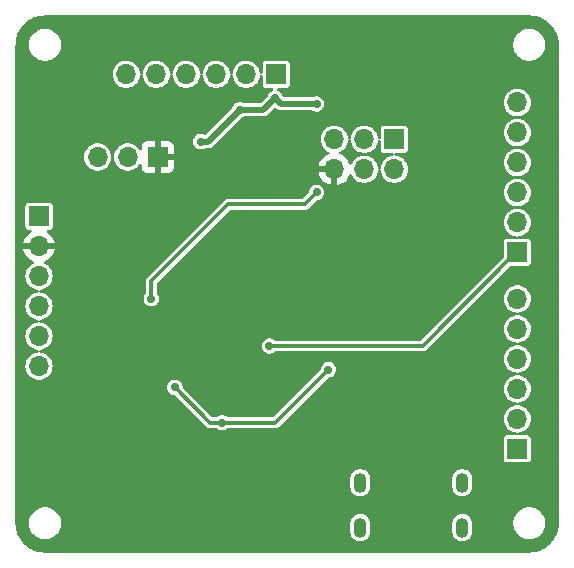
<source format=gbr>
%TF.GenerationSoftware,KiCad,Pcbnew,8.0.4*%
%TF.CreationDate,2024-11-07T17:56:33+01:00*%
%TF.ProjectId,stm32microcontroller,73746d33-326d-4696-9372-6f636f6e7472,rev?*%
%TF.SameCoordinates,Original*%
%TF.FileFunction,Copper,L2,Bot*%
%TF.FilePolarity,Positive*%
%FSLAX46Y46*%
G04 Gerber Fmt 4.6, Leading zero omitted, Abs format (unit mm)*
G04 Created by KiCad (PCBNEW 8.0.4) date 2024-11-07 17:56:33*
%MOMM*%
%LPD*%
G01*
G04 APERTURE LIST*
%TA.AperFunction,ComponentPad*%
%ADD10R,1.700000X1.700000*%
%TD*%
%TA.AperFunction,ComponentPad*%
%ADD11O,1.700000X1.700000*%
%TD*%
%TA.AperFunction,ComponentPad*%
%ADD12O,1.100000X1.700000*%
%TD*%
%TA.AperFunction,ViaPad*%
%ADD13C,0.700000*%
%TD*%
%TA.AperFunction,Conductor*%
%ADD14C,0.500000*%
%TD*%
%TA.AperFunction,Conductor*%
%ADD15C,0.300000*%
%TD*%
G04 APERTURE END LIST*
D10*
%TO.P,DEBUG,1,Pin_1*%
%TO.N,+3V3*%
X82580000Y-64500000D03*
D11*
%TO.P,DEBUG,2,Pin_2*%
%TO.N,SWDIO*%
X82580000Y-67040000D03*
%TO.P,DEBUG,3,Pin_3*%
%TO.N,SWCLK*%
X80040000Y-64500000D03*
%TO.P,DEBUG,4,Pin_4*%
%TO.N,SWO*%
X80040000Y-67040000D03*
%TO.P,DEBUG,5,Pin_5*%
%TO.N,NRST*%
X77500000Y-64500000D03*
%TO.P,DEBUG,6,Pin_6*%
%TO.N,GND*%
X77500000Y-67040000D03*
%TD*%
D12*
%TO.P,J1,S1,SHIELD*%
%TO.N,unconnected-(J1-SHIELD-PadS1)*%
X79700000Y-93580000D03*
%TO.N,unconnected-(J1-SHIELD-PadS1)_1*%
X79700000Y-97380000D03*
%TO.N,unconnected-(J1-SHIELD-PadS1)_2*%
X88340000Y-93580000D03*
%TO.N,unconnected-(J1-SHIELD-PadS1)_3*%
X88340000Y-97380000D03*
%TD*%
D10*
%TO.P,J6,1,Pin_1*%
%TO.N,/LED1*%
X93000000Y-74080000D03*
D11*
%TO.P,J6,2,Pin_2*%
%TO.N,/LED2*%
X93000000Y-71540000D03*
%TO.P,J6,3,Pin_3*%
%TO.N,/LED3*%
X93000000Y-69000000D03*
%TO.P,J6,4,Pin_4*%
%TO.N,/LED4*%
X93000000Y-66460000D03*
%TO.P,J6,5,Pin_5*%
%TO.N,/LED5*%
X93000000Y-63920000D03*
%TO.P,J6,6,Pin_6*%
%TO.N,/LED6*%
X93000000Y-61380000D03*
%TD*%
D10*
%TO.P,BOOT,1,A*%
%TO.N,GND*%
X62540000Y-66000000D03*
D11*
%TO.P,BOOT,2,B*%
%TO.N,Net-(SW1-B)*%
X60000000Y-66000000D03*
%TO.P,BOOT,3,C*%
%TO.N,+3V3*%
X57460000Y-66000000D03*
%TD*%
D10*
%TO.P,J4,1,Pin_1*%
%TO.N,Net-(J4-Pin_1)*%
X93000000Y-90700000D03*
D11*
%TO.P,J4,2,Pin_2*%
%TO.N,Net-(J4-Pin_2)*%
X93000000Y-88160000D03*
%TO.P,J4,3,Pin_3*%
%TO.N,Net-(J4-Pin_3)*%
X93000000Y-85620000D03*
%TO.P,J4,4,Pin_4*%
%TO.N,Net-(J4-Pin_4)*%
X93000000Y-83080000D03*
%TO.P,J4,5,Pin_5*%
%TO.N,Net-(J4-Pin_5)*%
X93000000Y-80540000D03*
%TO.P,J4,6,Pin_6*%
%TO.N,Net-(J4-Pin_6)*%
X93000000Y-78000000D03*
%TD*%
D10*
%TO.P,J5,1,Pin_1*%
%TO.N,Net-(J5-Pin_1)*%
X72580000Y-59000000D03*
D11*
%TO.P,J5,2,Pin_2*%
%TO.N,Net-(J5-Pin_2)*%
X70040000Y-59000000D03*
%TO.P,J5,3,Pin_3*%
%TO.N,/I2C_SCL*%
X67500000Y-59000000D03*
%TO.P,J5,4,Pin_4*%
%TO.N,/I2C_SDA*%
X64960000Y-59000000D03*
%TO.P,J5,5,Pin_5*%
%TO.N,Net-(J5-Pin_5)*%
X62420000Y-59000000D03*
%TO.P,J5,6,Pin_6*%
%TO.N,Net-(J5-Pin_6)*%
X59880000Y-59000000D03*
%TD*%
D10*
%TO.P,J3,1,Pin_1*%
%TO.N,+3V3*%
X52500000Y-71000000D03*
D11*
%TO.P,J3,2,Pin_2*%
%TO.N,GND*%
X52500000Y-73540000D03*
%TO.P,J3,3,Pin_3*%
%TO.N,Net-(J3-Pin_3)*%
X52500000Y-76080000D03*
%TO.P,J3,4,Pin_4*%
%TO.N,Net-(J3-Pin_4)*%
X52500000Y-78620000D03*
%TO.P,J3,5,Pin_5*%
%TO.N,Net-(J3-Pin_5)*%
X52500000Y-81160000D03*
%TO.P,J3,6,Pin_6*%
%TO.N,Net-(J3-Pin_6)*%
X52500000Y-83700000D03*
%TD*%
D13*
%TO.N,GND*%
X80500000Y-71500000D03*
X87000000Y-71500000D03*
X84000000Y-97000000D03*
X80500000Y-60500000D03*
X86000000Y-75500000D03*
X87000000Y-67500000D03*
X86770000Y-95230000D03*
X62500000Y-82000000D03*
X64500000Y-71000000D03*
X65000000Y-67000000D03*
X85000000Y-62000000D03*
X75500000Y-84000000D03*
X77000000Y-69000000D03*
X79000000Y-87500000D03*
X81000000Y-95000000D03*
X87000000Y-63500000D03*
X73500000Y-98000000D03*
X61500000Y-75500000D03*
X77000000Y-95500000D03*
X76000000Y-95500000D03*
X55010000Y-76050000D03*
X69000000Y-65500000D03*
%TO.N,+3V3*%
X69500000Y-62000000D03*
X66200000Y-64700000D03*
X76000000Y-61500000D03*
X72500000Y-61000000D03*
X64000000Y-85500000D03*
X77000000Y-84000000D03*
X68000000Y-88500000D03*
%TO.N,NRST*%
X76000000Y-69000000D03*
X62000000Y-78000000D03*
%TO.N,/LED1*%
X72000000Y-82000000D03*
%TD*%
D14*
%TO.N,+3V3*%
X76000000Y-61500000D02*
X73000000Y-61500000D01*
D15*
X72500000Y-88500000D02*
X68000000Y-88500000D01*
D14*
X73000000Y-61500000D02*
X72500000Y-61000000D01*
D15*
X67000000Y-88500000D02*
X68000000Y-88500000D01*
X64000000Y-85500000D02*
X67000000Y-88500000D01*
D14*
X72500000Y-61000000D02*
X71500000Y-62000000D01*
X66800000Y-64700000D02*
X69500000Y-62000000D01*
X71500000Y-62000000D02*
X69500000Y-62000000D01*
D15*
X77000000Y-84000000D02*
X72500000Y-88500000D01*
D14*
X66200000Y-64700000D02*
X66800000Y-64700000D01*
D15*
%TO.N,NRST*%
X62000000Y-76500000D02*
X62000000Y-78000000D01*
X75000000Y-70000000D02*
X68500000Y-70000000D01*
X76000000Y-69000000D02*
X75000000Y-70000000D01*
X68500000Y-70000000D02*
X62000000Y-76500000D01*
%TO.N,/LED1*%
X85000000Y-82000000D02*
X92920000Y-74080000D01*
X92920000Y-74080000D02*
X93000000Y-74080000D01*
X72000000Y-82000000D02*
X85000000Y-82000000D01*
%TD*%
%TA.AperFunction,Conductor*%
%TO.N,GND*%
G36*
X94003736Y-54000726D02*
G01*
X94293796Y-54018271D01*
X94308659Y-54020076D01*
X94590798Y-54071780D01*
X94605335Y-54075363D01*
X94879172Y-54160695D01*
X94893163Y-54166000D01*
X95154743Y-54283727D01*
X95167989Y-54290680D01*
X95413465Y-54439075D01*
X95425776Y-54447573D01*
X95651573Y-54624473D01*
X95662781Y-54634403D01*
X95865596Y-54837218D01*
X95875526Y-54848426D01*
X95995481Y-55001538D01*
X96052422Y-55074217D01*
X96060926Y-55086537D01*
X96119091Y-55182753D01*
X96209316Y-55332004D01*
X96216275Y-55345263D01*
X96333997Y-55606831D01*
X96339306Y-55620832D01*
X96424635Y-55894663D01*
X96428219Y-55909201D01*
X96479923Y-56191340D01*
X96481728Y-56206205D01*
X96499274Y-56496263D01*
X96499500Y-56503750D01*
X96499500Y-96996249D01*
X96499274Y-97003736D01*
X96481728Y-97293794D01*
X96479923Y-97308659D01*
X96428219Y-97590798D01*
X96424635Y-97605336D01*
X96339306Y-97879167D01*
X96333997Y-97893168D01*
X96216275Y-98154736D01*
X96209316Y-98167995D01*
X96060928Y-98413459D01*
X96052422Y-98425782D01*
X95875526Y-98651573D01*
X95865596Y-98662781D01*
X95662781Y-98865596D01*
X95651573Y-98875526D01*
X95425782Y-99052422D01*
X95413459Y-99060928D01*
X95167995Y-99209316D01*
X95154736Y-99216275D01*
X94893168Y-99333997D01*
X94879167Y-99339306D01*
X94605336Y-99424635D01*
X94590798Y-99428219D01*
X94308659Y-99479923D01*
X94293794Y-99481728D01*
X94003736Y-99499274D01*
X93996249Y-99499500D01*
X53003751Y-99499500D01*
X52996264Y-99499274D01*
X52706205Y-99481728D01*
X52691340Y-99479923D01*
X52409201Y-99428219D01*
X52394663Y-99424635D01*
X52120832Y-99339306D01*
X52106831Y-99333997D01*
X51845263Y-99216275D01*
X51832004Y-99209316D01*
X51586540Y-99060928D01*
X51574217Y-99052422D01*
X51348426Y-98875526D01*
X51337218Y-98865596D01*
X51134403Y-98662781D01*
X51124473Y-98651573D01*
X50947573Y-98425776D01*
X50939075Y-98413465D01*
X50790680Y-98167989D01*
X50783727Y-98154743D01*
X50666000Y-97893163D01*
X50660693Y-97879167D01*
X50624733Y-97763768D01*
X50575363Y-97605335D01*
X50571780Y-97590798D01*
X50520076Y-97308659D01*
X50518271Y-97293794D01*
X50500726Y-97003736D01*
X50500500Y-96996249D01*
X50500500Y-96893713D01*
X51649500Y-96893713D01*
X51649500Y-97106286D01*
X51682753Y-97316239D01*
X51748444Y-97518414D01*
X51844951Y-97707820D01*
X51969890Y-97879786D01*
X52120213Y-98030109D01*
X52292179Y-98155048D01*
X52292181Y-98155049D01*
X52292184Y-98155051D01*
X52481588Y-98251557D01*
X52683757Y-98317246D01*
X52893713Y-98350500D01*
X52893714Y-98350500D01*
X53106286Y-98350500D01*
X53106287Y-98350500D01*
X53316243Y-98317246D01*
X53518412Y-98251557D01*
X53707816Y-98155051D01*
X53807175Y-98082863D01*
X53879786Y-98030109D01*
X53879788Y-98030106D01*
X53879792Y-98030104D01*
X54030104Y-97879792D01*
X54030106Y-97879788D01*
X54030109Y-97879786D01*
X54155048Y-97707820D01*
X54155047Y-97707820D01*
X54155051Y-97707816D01*
X54251557Y-97518412D01*
X54317246Y-97316243D01*
X54350500Y-97106287D01*
X54350500Y-96996228D01*
X78849500Y-96996228D01*
X78849500Y-97763771D01*
X78882182Y-97928074D01*
X78882184Y-97928082D01*
X78946295Y-98082860D01*
X79039373Y-98222162D01*
X79157837Y-98340626D01*
X79172615Y-98350500D01*
X79297137Y-98433703D01*
X79451918Y-98497816D01*
X79616228Y-98530499D01*
X79616232Y-98530500D01*
X79616233Y-98530500D01*
X79783768Y-98530500D01*
X79783769Y-98530499D01*
X79948082Y-98497816D01*
X80102863Y-98433703D01*
X80242162Y-98340626D01*
X80360626Y-98222162D01*
X80453703Y-98082863D01*
X80517816Y-97928082D01*
X80550500Y-97763767D01*
X80550500Y-96996233D01*
X80550499Y-96996228D01*
X87489500Y-96996228D01*
X87489500Y-97763771D01*
X87522182Y-97928074D01*
X87522184Y-97928082D01*
X87586295Y-98082860D01*
X87679373Y-98222162D01*
X87797837Y-98340626D01*
X87812615Y-98350500D01*
X87937137Y-98433703D01*
X88091918Y-98497816D01*
X88256228Y-98530499D01*
X88256232Y-98530500D01*
X88256233Y-98530500D01*
X88423768Y-98530500D01*
X88423769Y-98530499D01*
X88588082Y-98497816D01*
X88742863Y-98433703D01*
X88882162Y-98340626D01*
X89000626Y-98222162D01*
X89093703Y-98082863D01*
X89157816Y-97928082D01*
X89190500Y-97763767D01*
X89190500Y-96996233D01*
X89170108Y-96893713D01*
X92649500Y-96893713D01*
X92649500Y-97106286D01*
X92682753Y-97316239D01*
X92748444Y-97518414D01*
X92844951Y-97707820D01*
X92969890Y-97879786D01*
X93120213Y-98030109D01*
X93292179Y-98155048D01*
X93292181Y-98155049D01*
X93292184Y-98155051D01*
X93481588Y-98251557D01*
X93683757Y-98317246D01*
X93893713Y-98350500D01*
X93893714Y-98350500D01*
X94106286Y-98350500D01*
X94106287Y-98350500D01*
X94316243Y-98317246D01*
X94518412Y-98251557D01*
X94707816Y-98155051D01*
X94807175Y-98082863D01*
X94879786Y-98030109D01*
X94879788Y-98030106D01*
X94879792Y-98030104D01*
X95030104Y-97879792D01*
X95030106Y-97879788D01*
X95030109Y-97879786D01*
X95155048Y-97707820D01*
X95155047Y-97707820D01*
X95155051Y-97707816D01*
X95251557Y-97518412D01*
X95317246Y-97316243D01*
X95350500Y-97106287D01*
X95350500Y-96893713D01*
X95317246Y-96683757D01*
X95251557Y-96481588D01*
X95155051Y-96292184D01*
X95155049Y-96292181D01*
X95155048Y-96292179D01*
X95030109Y-96120213D01*
X94879786Y-95969890D01*
X94707820Y-95844951D01*
X94518414Y-95748444D01*
X94518413Y-95748443D01*
X94518412Y-95748443D01*
X94316243Y-95682754D01*
X94316241Y-95682753D01*
X94316240Y-95682753D01*
X94154957Y-95657208D01*
X94106287Y-95649500D01*
X93893713Y-95649500D01*
X93845042Y-95657208D01*
X93683760Y-95682753D01*
X93481585Y-95748444D01*
X93292179Y-95844951D01*
X93120213Y-95969890D01*
X92969890Y-96120213D01*
X92844951Y-96292179D01*
X92748444Y-96481585D01*
X92682753Y-96683760D01*
X92649500Y-96893713D01*
X89170108Y-96893713D01*
X89157816Y-96831918D01*
X89108227Y-96712201D01*
X89093704Y-96677139D01*
X89000626Y-96537837D01*
X88882162Y-96419373D01*
X88742860Y-96326295D01*
X88588082Y-96262184D01*
X88588074Y-96262182D01*
X88423771Y-96229500D01*
X88423767Y-96229500D01*
X88256233Y-96229500D01*
X88256228Y-96229500D01*
X88091925Y-96262182D01*
X88091917Y-96262184D01*
X87937139Y-96326295D01*
X87797837Y-96419373D01*
X87679373Y-96537837D01*
X87586295Y-96677139D01*
X87522184Y-96831917D01*
X87522182Y-96831925D01*
X87489500Y-96996228D01*
X80550499Y-96996228D01*
X80517816Y-96831918D01*
X80468227Y-96712201D01*
X80453704Y-96677139D01*
X80360626Y-96537837D01*
X80242162Y-96419373D01*
X80102860Y-96326295D01*
X79948082Y-96262184D01*
X79948074Y-96262182D01*
X79783771Y-96229500D01*
X79783767Y-96229500D01*
X79616233Y-96229500D01*
X79616228Y-96229500D01*
X79451925Y-96262182D01*
X79451917Y-96262184D01*
X79297139Y-96326295D01*
X79157837Y-96419373D01*
X79039373Y-96537837D01*
X78946295Y-96677139D01*
X78882184Y-96831917D01*
X78882182Y-96831925D01*
X78849500Y-96996228D01*
X54350500Y-96996228D01*
X54350500Y-96893713D01*
X54317246Y-96683757D01*
X54251557Y-96481588D01*
X54155051Y-96292184D01*
X54155049Y-96292181D01*
X54155048Y-96292179D01*
X54030109Y-96120213D01*
X53879786Y-95969890D01*
X53707820Y-95844951D01*
X53518414Y-95748444D01*
X53518413Y-95748443D01*
X53518412Y-95748443D01*
X53316243Y-95682754D01*
X53316241Y-95682753D01*
X53316240Y-95682753D01*
X53154957Y-95657208D01*
X53106287Y-95649500D01*
X52893713Y-95649500D01*
X52845042Y-95657208D01*
X52683760Y-95682753D01*
X52481585Y-95748444D01*
X52292179Y-95844951D01*
X52120213Y-95969890D01*
X51969890Y-96120213D01*
X51844951Y-96292179D01*
X51748444Y-96481585D01*
X51682753Y-96683760D01*
X51649500Y-96893713D01*
X50500500Y-96893713D01*
X50500500Y-93196228D01*
X78849500Y-93196228D01*
X78849500Y-93963771D01*
X78882182Y-94128074D01*
X78882184Y-94128082D01*
X78946295Y-94282860D01*
X79039373Y-94422162D01*
X79157837Y-94540626D01*
X79250494Y-94602537D01*
X79297137Y-94633703D01*
X79451918Y-94697816D01*
X79616228Y-94730499D01*
X79616232Y-94730500D01*
X79616233Y-94730500D01*
X79783768Y-94730500D01*
X79783769Y-94730499D01*
X79948082Y-94697816D01*
X80102863Y-94633703D01*
X80242162Y-94540626D01*
X80360626Y-94422162D01*
X80453703Y-94282863D01*
X80517816Y-94128082D01*
X80550500Y-93963767D01*
X80550500Y-93196233D01*
X80550499Y-93196228D01*
X87489500Y-93196228D01*
X87489500Y-93963771D01*
X87522182Y-94128074D01*
X87522184Y-94128082D01*
X87586295Y-94282860D01*
X87679373Y-94422162D01*
X87797837Y-94540626D01*
X87890494Y-94602537D01*
X87937137Y-94633703D01*
X88091918Y-94697816D01*
X88256228Y-94730499D01*
X88256232Y-94730500D01*
X88256233Y-94730500D01*
X88423768Y-94730500D01*
X88423769Y-94730499D01*
X88588082Y-94697816D01*
X88742863Y-94633703D01*
X88882162Y-94540626D01*
X89000626Y-94422162D01*
X89093703Y-94282863D01*
X89157816Y-94128082D01*
X89190500Y-93963767D01*
X89190500Y-93196233D01*
X89157816Y-93031918D01*
X89093703Y-92877137D01*
X89062537Y-92830494D01*
X89000626Y-92737837D01*
X88882162Y-92619373D01*
X88742860Y-92526295D01*
X88588082Y-92462184D01*
X88588074Y-92462182D01*
X88423771Y-92429500D01*
X88423767Y-92429500D01*
X88256233Y-92429500D01*
X88256228Y-92429500D01*
X88091925Y-92462182D01*
X88091917Y-92462184D01*
X87937139Y-92526295D01*
X87797837Y-92619373D01*
X87679373Y-92737837D01*
X87586295Y-92877139D01*
X87522184Y-93031917D01*
X87522182Y-93031925D01*
X87489500Y-93196228D01*
X80550499Y-93196228D01*
X80517816Y-93031918D01*
X80453703Y-92877137D01*
X80422537Y-92830494D01*
X80360626Y-92737837D01*
X80242162Y-92619373D01*
X80102860Y-92526295D01*
X79948082Y-92462184D01*
X79948074Y-92462182D01*
X79783771Y-92429500D01*
X79783767Y-92429500D01*
X79616233Y-92429500D01*
X79616228Y-92429500D01*
X79451925Y-92462182D01*
X79451917Y-92462184D01*
X79297139Y-92526295D01*
X79157837Y-92619373D01*
X79039373Y-92737837D01*
X78946295Y-92877139D01*
X78882184Y-93031917D01*
X78882182Y-93031925D01*
X78849500Y-93196228D01*
X50500500Y-93196228D01*
X50500500Y-85499999D01*
X63344722Y-85499999D01*
X63344722Y-85500000D01*
X63363762Y-85656818D01*
X63419780Y-85804523D01*
X63509517Y-85934530D01*
X63627760Y-86039283D01*
X63627762Y-86039284D01*
X63767634Y-86112696D01*
X63921014Y-86150500D01*
X63921015Y-86150500D01*
X63962035Y-86150500D01*
X64029074Y-86170185D01*
X64049715Y-86186818D01*
X66723386Y-88860490D01*
X66826113Y-88919799D01*
X66850321Y-88926284D01*
X66850324Y-88926286D01*
X66850325Y-88926286D01*
X66880447Y-88934357D01*
X66940691Y-88950500D01*
X67480517Y-88950500D01*
X67547556Y-88970185D01*
X67562741Y-88981682D01*
X67627760Y-89039283D01*
X67627762Y-89039284D01*
X67767634Y-89112696D01*
X67921014Y-89150500D01*
X67921015Y-89150500D01*
X68078985Y-89150500D01*
X68232365Y-89112696D01*
X68372240Y-89039283D01*
X68437256Y-88981683D01*
X68500490Y-88951963D01*
X68519483Y-88950500D01*
X72559308Y-88950500D01*
X72559309Y-88950500D01*
X72649673Y-88926286D01*
X72673887Y-88919799D01*
X72776614Y-88860489D01*
X76950284Y-84686819D01*
X77011607Y-84653334D01*
X77037965Y-84650500D01*
X77078985Y-84650500D01*
X77232365Y-84612696D01*
X77283799Y-84585701D01*
X77372240Y-84539283D01*
X77490483Y-84434530D01*
X77580220Y-84304523D01*
X77636237Y-84156818D01*
X77655278Y-84000000D01*
X77636237Y-83843182D01*
X77636236Y-83843180D01*
X77581935Y-83700000D01*
X77580220Y-83695477D01*
X77490483Y-83565470D01*
X77372240Y-83460717D01*
X77372238Y-83460716D01*
X77372237Y-83460715D01*
X77232365Y-83387303D01*
X77078986Y-83349500D01*
X77078985Y-83349500D01*
X76921015Y-83349500D01*
X76921014Y-83349500D01*
X76767634Y-83387303D01*
X76627762Y-83460715D01*
X76509516Y-83565471D01*
X76419781Y-83695475D01*
X76419780Y-83695476D01*
X76363763Y-83843180D01*
X76347367Y-83978209D01*
X76319745Y-84042387D01*
X76311952Y-84050943D01*
X72349716Y-88013181D01*
X72288393Y-88046666D01*
X72262035Y-88049500D01*
X68519483Y-88049500D01*
X68452444Y-88029815D01*
X68437256Y-88018316D01*
X68431460Y-88013181D01*
X68372240Y-87960717D01*
X68372238Y-87960716D01*
X68372237Y-87960715D01*
X68232365Y-87887303D01*
X68078986Y-87849500D01*
X68078985Y-87849500D01*
X67921015Y-87849500D01*
X67921014Y-87849500D01*
X67767634Y-87887303D01*
X67627762Y-87960715D01*
X67562744Y-88018316D01*
X67499510Y-88048037D01*
X67480517Y-88049500D01*
X67237966Y-88049500D01*
X67170927Y-88029815D01*
X67150285Y-88013181D01*
X64688047Y-85550944D01*
X64654562Y-85489621D01*
X64652632Y-85478209D01*
X64636237Y-85343182D01*
X64580220Y-85195477D01*
X64490483Y-85065470D01*
X64372240Y-84960717D01*
X64372238Y-84960716D01*
X64372237Y-84960715D01*
X64232365Y-84887303D01*
X64078986Y-84849500D01*
X64078985Y-84849500D01*
X63921015Y-84849500D01*
X63921014Y-84849500D01*
X63767634Y-84887303D01*
X63627762Y-84960715D01*
X63509516Y-85065471D01*
X63419781Y-85195475D01*
X63419780Y-85195476D01*
X63363762Y-85343181D01*
X63344722Y-85499999D01*
X50500500Y-85499999D01*
X50500500Y-73289999D01*
X51169364Y-73289999D01*
X51169364Y-73290000D01*
X52066988Y-73290000D01*
X52034075Y-73347007D01*
X52000000Y-73474174D01*
X52000000Y-73605826D01*
X52034075Y-73732993D01*
X52066988Y-73790000D01*
X51169364Y-73790000D01*
X51226567Y-74003486D01*
X51226570Y-74003492D01*
X51326399Y-74217578D01*
X51461894Y-74411082D01*
X51628917Y-74578105D01*
X51822421Y-74713600D01*
X52021573Y-74806466D01*
X52074012Y-74852638D01*
X52093164Y-74919832D01*
X52072948Y-74986713D01*
X52019783Y-75032048D01*
X52013968Y-75034472D01*
X52006771Y-75037260D01*
X51984982Y-75045701D01*
X51984980Y-75045702D01*
X51803699Y-75157947D01*
X51646127Y-75301593D01*
X51517632Y-75471746D01*
X51422596Y-75662605D01*
X51422596Y-75662607D01*
X51364244Y-75867689D01*
X51344571Y-76079999D01*
X51344571Y-76080000D01*
X51364244Y-76292310D01*
X51422596Y-76497392D01*
X51422596Y-76497394D01*
X51517632Y-76688253D01*
X51646127Y-76858406D01*
X51646128Y-76858407D01*
X51803698Y-77002052D01*
X51984981Y-77114298D01*
X52183802Y-77191321D01*
X52380613Y-77228111D01*
X52442893Y-77259779D01*
X52478166Y-77320092D01*
X52475232Y-77389900D01*
X52435023Y-77447040D01*
X52380613Y-77471888D01*
X52183802Y-77508679D01*
X52183799Y-77508679D01*
X52183799Y-77508680D01*
X51984982Y-77585701D01*
X51984980Y-77585702D01*
X51803699Y-77697947D01*
X51646127Y-77841593D01*
X51517632Y-78011746D01*
X51422596Y-78202605D01*
X51422596Y-78202607D01*
X51364244Y-78407689D01*
X51344571Y-78619999D01*
X51344571Y-78620000D01*
X51364244Y-78832310D01*
X51422596Y-79037392D01*
X51422596Y-79037394D01*
X51517632Y-79228253D01*
X51641206Y-79391889D01*
X51646128Y-79398407D01*
X51803698Y-79542052D01*
X51984981Y-79654298D01*
X52183802Y-79731321D01*
X52380613Y-79768111D01*
X52442893Y-79799779D01*
X52478166Y-79860092D01*
X52475232Y-79929900D01*
X52435023Y-79987040D01*
X52380613Y-80011888D01*
X52183802Y-80048679D01*
X52183799Y-80048679D01*
X52183799Y-80048680D01*
X51984982Y-80125701D01*
X51984980Y-80125702D01*
X51803699Y-80237947D01*
X51646127Y-80381593D01*
X51517632Y-80551746D01*
X51422596Y-80742605D01*
X51422596Y-80742607D01*
X51422595Y-80742611D01*
X51364244Y-80947690D01*
X51344571Y-81160000D01*
X51364244Y-81372310D01*
X51413853Y-81546666D01*
X51422596Y-81577392D01*
X51422596Y-81577394D01*
X51517632Y-81768253D01*
X51641206Y-81931889D01*
X51646128Y-81938407D01*
X51803698Y-82082052D01*
X51984981Y-82194298D01*
X52183802Y-82271321D01*
X52380613Y-82308111D01*
X52442893Y-82339779D01*
X52478166Y-82400092D01*
X52475232Y-82469900D01*
X52435023Y-82527040D01*
X52380613Y-82551888D01*
X52183802Y-82588679D01*
X52183799Y-82588679D01*
X52183799Y-82588680D01*
X51984982Y-82665701D01*
X51984980Y-82665702D01*
X51803699Y-82777947D01*
X51646127Y-82921593D01*
X51517632Y-83091746D01*
X51422596Y-83282605D01*
X51422596Y-83282607D01*
X51364244Y-83487689D01*
X51344571Y-83699999D01*
X51344571Y-83700000D01*
X51364244Y-83912310D01*
X51422596Y-84117392D01*
X51422596Y-84117394D01*
X51517632Y-84308253D01*
X51641206Y-84471889D01*
X51646128Y-84478407D01*
X51803698Y-84622052D01*
X51984981Y-84734298D01*
X52183802Y-84811321D01*
X52393390Y-84850500D01*
X52393392Y-84850500D01*
X52606608Y-84850500D01*
X52606610Y-84850500D01*
X52816198Y-84811321D01*
X53015019Y-84734298D01*
X53196302Y-84622052D01*
X53353872Y-84478407D01*
X53482366Y-84308255D01*
X53506504Y-84259779D01*
X53577403Y-84117394D01*
X53577403Y-84117393D01*
X53577405Y-84117389D01*
X53635756Y-83912310D01*
X53655429Y-83700000D01*
X53635756Y-83487690D01*
X53577405Y-83282611D01*
X53577403Y-83282606D01*
X53577403Y-83282605D01*
X53482367Y-83091746D01*
X53353872Y-82921593D01*
X53196302Y-82777948D01*
X53015019Y-82665702D01*
X53015017Y-82665701D01*
X52915608Y-82627190D01*
X52816198Y-82588679D01*
X52619385Y-82551888D01*
X52557106Y-82520221D01*
X52521833Y-82459908D01*
X52524767Y-82390100D01*
X52564976Y-82332960D01*
X52619384Y-82308111D01*
X52816198Y-82271321D01*
X53015019Y-82194298D01*
X53196302Y-82082052D01*
X53286309Y-81999999D01*
X71344722Y-81999999D01*
X71344722Y-82000000D01*
X71363762Y-82156818D01*
X71377977Y-82194298D01*
X71419780Y-82304523D01*
X71509517Y-82434530D01*
X71627760Y-82539283D01*
X71627762Y-82539284D01*
X71767634Y-82612696D01*
X71921014Y-82650500D01*
X71921015Y-82650500D01*
X72078985Y-82650500D01*
X72232365Y-82612696D01*
X72278125Y-82588679D01*
X72372240Y-82539283D01*
X72437256Y-82481683D01*
X72500490Y-82451963D01*
X72519483Y-82450500D01*
X85059308Y-82450500D01*
X85059309Y-82450500D01*
X85149673Y-82426286D01*
X85173887Y-82419799D01*
X85276614Y-82360489D01*
X89637103Y-77999999D01*
X91844571Y-77999999D01*
X91844571Y-78000000D01*
X91864244Y-78212310D01*
X91922596Y-78417392D01*
X91922596Y-78417394D01*
X92017632Y-78608253D01*
X92026503Y-78620000D01*
X92146128Y-78778407D01*
X92303698Y-78922052D01*
X92484981Y-79034298D01*
X92683802Y-79111321D01*
X92880613Y-79148111D01*
X92942893Y-79179779D01*
X92978166Y-79240092D01*
X92975232Y-79309900D01*
X92935023Y-79367040D01*
X92880613Y-79391888D01*
X92683802Y-79428679D01*
X92683799Y-79428679D01*
X92683799Y-79428680D01*
X92484982Y-79505701D01*
X92484980Y-79505702D01*
X92303699Y-79617947D01*
X92146127Y-79761593D01*
X92017632Y-79931746D01*
X91922596Y-80122605D01*
X91922596Y-80122607D01*
X91864244Y-80327689D01*
X91844571Y-80539999D01*
X91844571Y-80540000D01*
X91864244Y-80752310D01*
X91922596Y-80957392D01*
X91922596Y-80957394D01*
X92017632Y-81148253D01*
X92026503Y-81160000D01*
X92146128Y-81318407D01*
X92303698Y-81462052D01*
X92484981Y-81574298D01*
X92683802Y-81651321D01*
X92880613Y-81688111D01*
X92942893Y-81719779D01*
X92978166Y-81780092D01*
X92975232Y-81849900D01*
X92935023Y-81907040D01*
X92880613Y-81931888D01*
X92683802Y-81968679D01*
X92683799Y-81968679D01*
X92683799Y-81968680D01*
X92484982Y-82045701D01*
X92484980Y-82045702D01*
X92303699Y-82157947D01*
X92146127Y-82301593D01*
X92017632Y-82471746D01*
X91922596Y-82662605D01*
X91922596Y-82662607D01*
X91864244Y-82867689D01*
X91844571Y-83079999D01*
X91844571Y-83080000D01*
X91864244Y-83292310D01*
X91922596Y-83497392D01*
X91922596Y-83497394D01*
X92017632Y-83688253D01*
X92146127Y-83858406D01*
X92146128Y-83858407D01*
X92303698Y-84002052D01*
X92484981Y-84114298D01*
X92683802Y-84191321D01*
X92880613Y-84228111D01*
X92942893Y-84259779D01*
X92978166Y-84320092D01*
X92975232Y-84389900D01*
X92935023Y-84447040D01*
X92880613Y-84471888D01*
X92683802Y-84508679D01*
X92683799Y-84508679D01*
X92683799Y-84508680D01*
X92484982Y-84585701D01*
X92484980Y-84585702D01*
X92303699Y-84697947D01*
X92146127Y-84841593D01*
X92017632Y-85011746D01*
X91922596Y-85202605D01*
X91922596Y-85202607D01*
X91864244Y-85407689D01*
X91844571Y-85619999D01*
X91844571Y-85620000D01*
X91864244Y-85832310D01*
X91922596Y-86037392D01*
X91922596Y-86037394D01*
X92017632Y-86228253D01*
X92017634Y-86228255D01*
X92146128Y-86398407D01*
X92303698Y-86542052D01*
X92484981Y-86654298D01*
X92683802Y-86731321D01*
X92880613Y-86768111D01*
X92942893Y-86799779D01*
X92978166Y-86860092D01*
X92975232Y-86929900D01*
X92935023Y-86987040D01*
X92880613Y-87011888D01*
X92683802Y-87048679D01*
X92683799Y-87048679D01*
X92683799Y-87048680D01*
X92484982Y-87125701D01*
X92484980Y-87125702D01*
X92303699Y-87237947D01*
X92146127Y-87381593D01*
X92017632Y-87551746D01*
X91922596Y-87742605D01*
X91922596Y-87742607D01*
X91864244Y-87947689D01*
X91844571Y-88159999D01*
X91844571Y-88160000D01*
X91864244Y-88372310D01*
X91922596Y-88577392D01*
X91922596Y-88577394D01*
X92017632Y-88768253D01*
X92136976Y-88926288D01*
X92146128Y-88938407D01*
X92303698Y-89082052D01*
X92484981Y-89194298D01*
X92683802Y-89271321D01*
X92856544Y-89303612D01*
X92918823Y-89335279D01*
X92954096Y-89395591D01*
X92951162Y-89465400D01*
X92910953Y-89522540D01*
X92846235Y-89548871D01*
X92833757Y-89549500D01*
X92105143Y-89549500D01*
X92105117Y-89549502D01*
X92080012Y-89552413D01*
X92080008Y-89552415D01*
X91977235Y-89597793D01*
X91897794Y-89677234D01*
X91852415Y-89780006D01*
X91852415Y-89780008D01*
X91849500Y-89805131D01*
X91849500Y-91594856D01*
X91849502Y-91594882D01*
X91852413Y-91619987D01*
X91852415Y-91619991D01*
X91897793Y-91722764D01*
X91897794Y-91722765D01*
X91977235Y-91802206D01*
X92080009Y-91847585D01*
X92105135Y-91850500D01*
X93894864Y-91850499D01*
X93894879Y-91850497D01*
X93894882Y-91850497D01*
X93919987Y-91847586D01*
X93919988Y-91847585D01*
X93919991Y-91847585D01*
X94022765Y-91802206D01*
X94102206Y-91722765D01*
X94147585Y-91619991D01*
X94150500Y-91594865D01*
X94150499Y-89805136D01*
X94150497Y-89805117D01*
X94147586Y-89780012D01*
X94147585Y-89780010D01*
X94147585Y-89780009D01*
X94102206Y-89677235D01*
X94022765Y-89597794D01*
X94022763Y-89597793D01*
X93919992Y-89552415D01*
X93894868Y-89549500D01*
X93166243Y-89549500D01*
X93099204Y-89529815D01*
X93053449Y-89477011D01*
X93043505Y-89407853D01*
X93072530Y-89344297D01*
X93131308Y-89306523D01*
X93143441Y-89303614D01*
X93316198Y-89271321D01*
X93515019Y-89194298D01*
X93696302Y-89082052D01*
X93853872Y-88938407D01*
X93982366Y-88768255D01*
X94077405Y-88577389D01*
X94135756Y-88372310D01*
X94155429Y-88160000D01*
X94135756Y-87947690D01*
X94077405Y-87742611D01*
X94077403Y-87742606D01*
X94077403Y-87742605D01*
X93982367Y-87551746D01*
X93853872Y-87381593D01*
X93696302Y-87237948D01*
X93515019Y-87125702D01*
X93515017Y-87125701D01*
X93415608Y-87087190D01*
X93316198Y-87048679D01*
X93119385Y-87011888D01*
X93057106Y-86980221D01*
X93021833Y-86919908D01*
X93024767Y-86850100D01*
X93064976Y-86792960D01*
X93119384Y-86768111D01*
X93316198Y-86731321D01*
X93515019Y-86654298D01*
X93696302Y-86542052D01*
X93853872Y-86398407D01*
X93982366Y-86228255D01*
X93982367Y-86228253D01*
X94077403Y-86037394D01*
X94077403Y-86037393D01*
X94077405Y-86037389D01*
X94135756Y-85832310D01*
X94155429Y-85620000D01*
X94135756Y-85407690D01*
X94077405Y-85202611D01*
X94077403Y-85202606D01*
X94077403Y-85202605D01*
X93982367Y-85011746D01*
X93853872Y-84841593D01*
X93820663Y-84811319D01*
X93696302Y-84697948D01*
X93515019Y-84585702D01*
X93515017Y-84585701D01*
X93395197Y-84539283D01*
X93316198Y-84508679D01*
X93119385Y-84471888D01*
X93057106Y-84440221D01*
X93021833Y-84379908D01*
X93024767Y-84310100D01*
X93064976Y-84252960D01*
X93119384Y-84228111D01*
X93316198Y-84191321D01*
X93515019Y-84114298D01*
X93696302Y-84002052D01*
X93853872Y-83858407D01*
X93982366Y-83688255D01*
X94077405Y-83497389D01*
X94135756Y-83292310D01*
X94155429Y-83080000D01*
X94135756Y-82867690D01*
X94077405Y-82662611D01*
X94077403Y-82662606D01*
X94077403Y-82662605D01*
X93982367Y-82471746D01*
X93853872Y-82301593D01*
X93820663Y-82271319D01*
X93696302Y-82157948D01*
X93515019Y-82045702D01*
X93515017Y-82045701D01*
X93415608Y-82007190D01*
X93316198Y-81968679D01*
X93119385Y-81931888D01*
X93057106Y-81900221D01*
X93021833Y-81839908D01*
X93024767Y-81770100D01*
X93064976Y-81712960D01*
X93119384Y-81688111D01*
X93316198Y-81651321D01*
X93515019Y-81574298D01*
X93696302Y-81462052D01*
X93853872Y-81318407D01*
X93982366Y-81148255D01*
X94077405Y-80957389D01*
X94135756Y-80752310D01*
X94155429Y-80540000D01*
X94135756Y-80327690D01*
X94077405Y-80122611D01*
X94077403Y-80122606D01*
X94077403Y-80122605D01*
X93982367Y-79931746D01*
X93853872Y-79761593D01*
X93820663Y-79731319D01*
X93696302Y-79617948D01*
X93515019Y-79505702D01*
X93515017Y-79505701D01*
X93415608Y-79467190D01*
X93316198Y-79428679D01*
X93119385Y-79391888D01*
X93057106Y-79360221D01*
X93021833Y-79299908D01*
X93024767Y-79230100D01*
X93064976Y-79172960D01*
X93119384Y-79148111D01*
X93316198Y-79111321D01*
X93515019Y-79034298D01*
X93696302Y-78922052D01*
X93853872Y-78778407D01*
X93982366Y-78608255D01*
X94077405Y-78417389D01*
X94135756Y-78212310D01*
X94155429Y-78000000D01*
X94135756Y-77787690D01*
X94077405Y-77582611D01*
X94077403Y-77582606D01*
X94077403Y-77582605D01*
X93982367Y-77391746D01*
X93853872Y-77221593D01*
X93820663Y-77191319D01*
X93696302Y-77077948D01*
X93515019Y-76965702D01*
X93515017Y-76965701D01*
X93415608Y-76927190D01*
X93316198Y-76888679D01*
X93106610Y-76849500D01*
X92893390Y-76849500D01*
X92683802Y-76888679D01*
X92683799Y-76888679D01*
X92683799Y-76888680D01*
X92484982Y-76965701D01*
X92484980Y-76965702D01*
X92303699Y-77077947D01*
X92146127Y-77221593D01*
X92017632Y-77391746D01*
X91922596Y-77582605D01*
X91922596Y-77582607D01*
X91864244Y-77787689D01*
X91844571Y-77999999D01*
X89637103Y-77999999D01*
X92370284Y-75266817D01*
X92431607Y-75233333D01*
X92457965Y-75230499D01*
X93894856Y-75230499D01*
X93894864Y-75230499D01*
X93894879Y-75230497D01*
X93894882Y-75230497D01*
X93919987Y-75227586D01*
X93919988Y-75227585D01*
X93919991Y-75227585D01*
X94022765Y-75182206D01*
X94102206Y-75102765D01*
X94147585Y-74999991D01*
X94150500Y-74974865D01*
X94150499Y-73185136D01*
X94150497Y-73185117D01*
X94147586Y-73160012D01*
X94147585Y-73160010D01*
X94147585Y-73160009D01*
X94102206Y-73057235D01*
X94022765Y-72977794D01*
X94022763Y-72977793D01*
X93919992Y-72932415D01*
X93894868Y-72929500D01*
X93166243Y-72929500D01*
X93099204Y-72909815D01*
X93053449Y-72857011D01*
X93043505Y-72787853D01*
X93072530Y-72724297D01*
X93131308Y-72686523D01*
X93143441Y-72683614D01*
X93316198Y-72651321D01*
X93515019Y-72574298D01*
X93696302Y-72462052D01*
X93853872Y-72318407D01*
X93982366Y-72148255D01*
X93982700Y-72147584D01*
X94077403Y-71957394D01*
X94077403Y-71957393D01*
X94077405Y-71957389D01*
X94135756Y-71752310D01*
X94155429Y-71540000D01*
X94135756Y-71327690D01*
X94077405Y-71122611D01*
X94077403Y-71122606D01*
X94077403Y-71122605D01*
X93982367Y-70931746D01*
X93853872Y-70761593D01*
X93696302Y-70617948D01*
X93515019Y-70505702D01*
X93515017Y-70505701D01*
X93372522Y-70450499D01*
X93316198Y-70428679D01*
X93119385Y-70391888D01*
X93057106Y-70360221D01*
X93021833Y-70299908D01*
X93024767Y-70230100D01*
X93064976Y-70172960D01*
X93119384Y-70148111D01*
X93316198Y-70111321D01*
X93515019Y-70034298D01*
X93696302Y-69922052D01*
X93853872Y-69778407D01*
X93982366Y-69608255D01*
X94011622Y-69549500D01*
X94077403Y-69417394D01*
X94077403Y-69417393D01*
X94077405Y-69417389D01*
X94135756Y-69212310D01*
X94155429Y-69000000D01*
X94135756Y-68787690D01*
X94077405Y-68582611D01*
X94077403Y-68582606D01*
X94077403Y-68582605D01*
X93982367Y-68391746D01*
X93853872Y-68221593D01*
X93819765Y-68190500D01*
X93696302Y-68077948D01*
X93515019Y-67965702D01*
X93515017Y-67965701D01*
X93374027Y-67911082D01*
X93316198Y-67888679D01*
X93119385Y-67851888D01*
X93057106Y-67820221D01*
X93021833Y-67759908D01*
X93024767Y-67690100D01*
X93064976Y-67632960D01*
X93119384Y-67608111D01*
X93316198Y-67571321D01*
X93515019Y-67494298D01*
X93696302Y-67382052D01*
X93853872Y-67238407D01*
X93982366Y-67068255D01*
X94011927Y-67008888D01*
X94077403Y-66877394D01*
X94077403Y-66877393D01*
X94077405Y-66877389D01*
X94135756Y-66672310D01*
X94155429Y-66460000D01*
X94135756Y-66247690D01*
X94077405Y-66042611D01*
X94077403Y-66042606D01*
X94077403Y-66042605D01*
X93982367Y-65851746D01*
X93853872Y-65681593D01*
X93830369Y-65660167D01*
X93696302Y-65537948D01*
X93515019Y-65425702D01*
X93515017Y-65425701D01*
X93374998Y-65371458D01*
X93316198Y-65348679D01*
X93119385Y-65311888D01*
X93057106Y-65280221D01*
X93021833Y-65219908D01*
X93024767Y-65150100D01*
X93064976Y-65092960D01*
X93119384Y-65068111D01*
X93316198Y-65031321D01*
X93515019Y-64954298D01*
X93696302Y-64842052D01*
X93853872Y-64698407D01*
X93982366Y-64528255D01*
X94013022Y-64466689D01*
X94077403Y-64337394D01*
X94077403Y-64337393D01*
X94077405Y-64337389D01*
X94135756Y-64132310D01*
X94155429Y-63920000D01*
X94135756Y-63707690D01*
X94077405Y-63502611D01*
X94077403Y-63502606D01*
X94077403Y-63502605D01*
X93982367Y-63311746D01*
X93853872Y-63141593D01*
X93696302Y-62997948D01*
X93515019Y-62885702D01*
X93515017Y-62885701D01*
X93415608Y-62847190D01*
X93316198Y-62808679D01*
X93119385Y-62771888D01*
X93057106Y-62740221D01*
X93021833Y-62679908D01*
X93024767Y-62610100D01*
X93064976Y-62552960D01*
X93119384Y-62528111D01*
X93316198Y-62491321D01*
X93515019Y-62414298D01*
X93696302Y-62302052D01*
X93853872Y-62158407D01*
X93982366Y-61988255D01*
X94057331Y-61837704D01*
X94077403Y-61797394D01*
X94077403Y-61797393D01*
X94077405Y-61797389D01*
X94135756Y-61592310D01*
X94155429Y-61380000D01*
X94135756Y-61167690D01*
X94077405Y-60962611D01*
X94077403Y-60962606D01*
X94077403Y-60962605D01*
X93982367Y-60771746D01*
X93853872Y-60601593D01*
X93699339Y-60460717D01*
X93696302Y-60457948D01*
X93515019Y-60345702D01*
X93515017Y-60345701D01*
X93376774Y-60292146D01*
X93316198Y-60268679D01*
X93106610Y-60229500D01*
X92893390Y-60229500D01*
X92683802Y-60268679D01*
X92683799Y-60268679D01*
X92683799Y-60268680D01*
X92484982Y-60345701D01*
X92484980Y-60345702D01*
X92303699Y-60457947D01*
X92146127Y-60601593D01*
X92017632Y-60771746D01*
X91922596Y-60962605D01*
X91922596Y-60962607D01*
X91864244Y-61167689D01*
X91844571Y-61379999D01*
X91844571Y-61380000D01*
X91864244Y-61592310D01*
X91922596Y-61797392D01*
X91922596Y-61797394D01*
X92017632Y-61988253D01*
X92075366Y-62064704D01*
X92146128Y-62158407D01*
X92303698Y-62302052D01*
X92484981Y-62414298D01*
X92683802Y-62491321D01*
X92880613Y-62528111D01*
X92942893Y-62559779D01*
X92978166Y-62620092D01*
X92975232Y-62689900D01*
X92935023Y-62747040D01*
X92880613Y-62771888D01*
X92683802Y-62808679D01*
X92683799Y-62808679D01*
X92683799Y-62808680D01*
X92484982Y-62885701D01*
X92484980Y-62885702D01*
X92303699Y-62997947D01*
X92146127Y-63141593D01*
X92017632Y-63311746D01*
X91922596Y-63502605D01*
X91922596Y-63502607D01*
X91864244Y-63707689D01*
X91844571Y-63919999D01*
X91844571Y-63920000D01*
X91864244Y-64132310D01*
X91922596Y-64337392D01*
X91922596Y-64337394D01*
X92017632Y-64528253D01*
X92146127Y-64698406D01*
X92146128Y-64698407D01*
X92303698Y-64842052D01*
X92484981Y-64954298D01*
X92683802Y-65031321D01*
X92880613Y-65068111D01*
X92942893Y-65099779D01*
X92978166Y-65160092D01*
X92975232Y-65229900D01*
X92935023Y-65287040D01*
X92880613Y-65311888D01*
X92683802Y-65348679D01*
X92683799Y-65348679D01*
X92683799Y-65348680D01*
X92484982Y-65425701D01*
X92484980Y-65425702D01*
X92303699Y-65537947D01*
X92146127Y-65681593D01*
X92017632Y-65851746D01*
X91922596Y-66042605D01*
X91922596Y-66042607D01*
X91864244Y-66247689D01*
X91850122Y-66400099D01*
X91844571Y-66460000D01*
X91864244Y-66672310D01*
X91913950Y-66847007D01*
X91922596Y-66877392D01*
X91922596Y-66877394D01*
X92017632Y-67068253D01*
X92122554Y-67207190D01*
X92146128Y-67238407D01*
X92303698Y-67382052D01*
X92484981Y-67494298D01*
X92683802Y-67571321D01*
X92880613Y-67608111D01*
X92942893Y-67639779D01*
X92978166Y-67700092D01*
X92975232Y-67769900D01*
X92935023Y-67827040D01*
X92880613Y-67851888D01*
X92683802Y-67888679D01*
X92683799Y-67888679D01*
X92683799Y-67888680D01*
X92484982Y-67965701D01*
X92484980Y-67965702D01*
X92303699Y-68077947D01*
X92146127Y-68221593D01*
X92017632Y-68391746D01*
X91922596Y-68582605D01*
X91922596Y-68582607D01*
X91864244Y-68787689D01*
X91844571Y-68999999D01*
X91844571Y-69000000D01*
X91864244Y-69212310D01*
X91922596Y-69417392D01*
X91922596Y-69417394D01*
X92017632Y-69608253D01*
X92041239Y-69639513D01*
X92146128Y-69778407D01*
X92303698Y-69922052D01*
X92484981Y-70034298D01*
X92683802Y-70111321D01*
X92880613Y-70148111D01*
X92942893Y-70179779D01*
X92978166Y-70240092D01*
X92975232Y-70309900D01*
X92935023Y-70367040D01*
X92880613Y-70391888D01*
X92683802Y-70428679D01*
X92683799Y-70428679D01*
X92683799Y-70428680D01*
X92484982Y-70505701D01*
X92484980Y-70505702D01*
X92303699Y-70617947D01*
X92146127Y-70761593D01*
X92017632Y-70931746D01*
X91922596Y-71122605D01*
X91922596Y-71122607D01*
X91864244Y-71327689D01*
X91844571Y-71539999D01*
X91844571Y-71540000D01*
X91864244Y-71752310D01*
X91922596Y-71957392D01*
X91922596Y-71957394D01*
X92017632Y-72148253D01*
X92146127Y-72318406D01*
X92146128Y-72318407D01*
X92303698Y-72462052D01*
X92484981Y-72574298D01*
X92683802Y-72651321D01*
X92856544Y-72683612D01*
X92918823Y-72715279D01*
X92954096Y-72775591D01*
X92951162Y-72845400D01*
X92910953Y-72902540D01*
X92846235Y-72928871D01*
X92833757Y-72929500D01*
X92105143Y-72929500D01*
X92105117Y-72929502D01*
X92080012Y-72932413D01*
X92080008Y-72932415D01*
X91977235Y-72977793D01*
X91897794Y-73057234D01*
X91852415Y-73160006D01*
X91852415Y-73160008D01*
X91849500Y-73185131D01*
X91849500Y-74462034D01*
X91829815Y-74529073D01*
X91813181Y-74549715D01*
X84849716Y-81513181D01*
X84788393Y-81546666D01*
X84762035Y-81549500D01*
X72519483Y-81549500D01*
X72452444Y-81529815D01*
X72437256Y-81518316D01*
X72431460Y-81513181D01*
X72372240Y-81460717D01*
X72372238Y-81460716D01*
X72372237Y-81460715D01*
X72232365Y-81387303D01*
X72078986Y-81349500D01*
X72078985Y-81349500D01*
X71921015Y-81349500D01*
X71921014Y-81349500D01*
X71767634Y-81387303D01*
X71627762Y-81460715D01*
X71509516Y-81565471D01*
X71419781Y-81695475D01*
X71419780Y-81695476D01*
X71363762Y-81843181D01*
X71344722Y-81999999D01*
X53286309Y-81999999D01*
X53353872Y-81938407D01*
X53482366Y-81768255D01*
X53506504Y-81719779D01*
X53577403Y-81577394D01*
X53577403Y-81577393D01*
X53577405Y-81577389D01*
X53635756Y-81372310D01*
X53655429Y-81160000D01*
X53635756Y-80947690D01*
X53577405Y-80742611D01*
X53577403Y-80742606D01*
X53577403Y-80742605D01*
X53482367Y-80551746D01*
X53353872Y-80381593D01*
X53196302Y-80237948D01*
X53015019Y-80125702D01*
X53015017Y-80125701D01*
X52915608Y-80087190D01*
X52816198Y-80048679D01*
X52619385Y-80011888D01*
X52557106Y-79980221D01*
X52521833Y-79919908D01*
X52524767Y-79850100D01*
X52564976Y-79792960D01*
X52619384Y-79768111D01*
X52816198Y-79731321D01*
X53015019Y-79654298D01*
X53196302Y-79542052D01*
X53353872Y-79398407D01*
X53482366Y-79228255D01*
X53506504Y-79179779D01*
X53577403Y-79037394D01*
X53577403Y-79037393D01*
X53577405Y-79037389D01*
X53635756Y-78832310D01*
X53655429Y-78620000D01*
X53635756Y-78407690D01*
X53577405Y-78202611D01*
X53577403Y-78202606D01*
X53577403Y-78202605D01*
X53482367Y-78011746D01*
X53473496Y-77999999D01*
X61344722Y-77999999D01*
X61344722Y-78000000D01*
X61363762Y-78156818D01*
X61384808Y-78212310D01*
X61419780Y-78304523D01*
X61509517Y-78434530D01*
X61627760Y-78539283D01*
X61627762Y-78539284D01*
X61767634Y-78612696D01*
X61921014Y-78650500D01*
X61921015Y-78650500D01*
X62078985Y-78650500D01*
X62232365Y-78612696D01*
X62372240Y-78539283D01*
X62490483Y-78434530D01*
X62580220Y-78304523D01*
X62636237Y-78156818D01*
X62655278Y-78000000D01*
X62636237Y-77843182D01*
X62635634Y-77841593D01*
X62581157Y-77697948D01*
X62580220Y-77695477D01*
X62490483Y-77565470D01*
X62490479Y-77565466D01*
X62485509Y-77559856D01*
X62486953Y-77558576D01*
X62455145Y-77507860D01*
X62450500Y-77474240D01*
X62450500Y-76737965D01*
X62470185Y-76670926D01*
X62486819Y-76650284D01*
X68650284Y-70486819D01*
X68711607Y-70453334D01*
X68737965Y-70450500D01*
X75059308Y-70450500D01*
X75059309Y-70450500D01*
X75149673Y-70426286D01*
X75173887Y-70419799D01*
X75276614Y-70360489D01*
X75950284Y-69686819D01*
X76011607Y-69653334D01*
X76037965Y-69650500D01*
X76078985Y-69650500D01*
X76232365Y-69612696D01*
X76372240Y-69539283D01*
X76490483Y-69434530D01*
X76580220Y-69304523D01*
X76636237Y-69156818D01*
X76655278Y-69000000D01*
X76636237Y-68843182D01*
X76636236Y-68843180D01*
X76614992Y-68787164D01*
X76580220Y-68695477D01*
X76490483Y-68565470D01*
X76372240Y-68460717D01*
X76372238Y-68460716D01*
X76372237Y-68460715D01*
X76232365Y-68387303D01*
X76078986Y-68349500D01*
X76078985Y-68349500D01*
X75921015Y-68349500D01*
X75921014Y-68349500D01*
X75767634Y-68387303D01*
X75627762Y-68460715D01*
X75509516Y-68565471D01*
X75419781Y-68695475D01*
X75419780Y-68695476D01*
X75363763Y-68843180D01*
X75347367Y-68978209D01*
X75319745Y-69042387D01*
X75311952Y-69050943D01*
X74849716Y-69513181D01*
X74788393Y-69546666D01*
X74762035Y-69549500D01*
X68440691Y-69549500D01*
X68350325Y-69573713D01*
X68350324Y-69573712D01*
X68326116Y-69580199D01*
X68326113Y-69580200D01*
X68223386Y-69639511D01*
X68223383Y-69639513D01*
X61639513Y-76223383D01*
X61639509Y-76223389D01*
X61580201Y-76326112D01*
X61580200Y-76326117D01*
X61549500Y-76440691D01*
X61549500Y-77474240D01*
X61529815Y-77541279D01*
X61514153Y-77559556D01*
X61514491Y-77559856D01*
X61509515Y-77565472D01*
X61419781Y-77695475D01*
X61419780Y-77695476D01*
X61363762Y-77843181D01*
X61344722Y-77999999D01*
X53473496Y-77999999D01*
X53353872Y-77841593D01*
X53196302Y-77697948D01*
X53015019Y-77585702D01*
X53015017Y-77585701D01*
X52871358Y-77530048D01*
X52816198Y-77508679D01*
X52619385Y-77471888D01*
X52557106Y-77440221D01*
X52521833Y-77379908D01*
X52524767Y-77310100D01*
X52564976Y-77252960D01*
X52619384Y-77228111D01*
X52816198Y-77191321D01*
X53015019Y-77114298D01*
X53196302Y-77002052D01*
X53353872Y-76858407D01*
X53482366Y-76688255D01*
X53577405Y-76497389D01*
X53635756Y-76292310D01*
X53655429Y-76080000D01*
X53635756Y-75867690D01*
X53577405Y-75662611D01*
X53577403Y-75662606D01*
X53577403Y-75662605D01*
X53482367Y-75471746D01*
X53353872Y-75301593D01*
X53315726Y-75266818D01*
X53196302Y-75157948D01*
X53015019Y-75045702D01*
X53015014Y-75045700D01*
X53008129Y-75043032D01*
X52986037Y-75034474D01*
X52930636Y-74991903D01*
X52907045Y-74926136D01*
X52922756Y-74858056D01*
X52972779Y-74809276D01*
X52978426Y-74806466D01*
X53177578Y-74713599D01*
X53371082Y-74578105D01*
X53538105Y-74411082D01*
X53673600Y-74217578D01*
X53773429Y-74003492D01*
X53773432Y-74003486D01*
X53830636Y-73790000D01*
X52933012Y-73790000D01*
X52965925Y-73732993D01*
X53000000Y-73605826D01*
X53000000Y-73474174D01*
X52965925Y-73347007D01*
X52933012Y-73290000D01*
X53830636Y-73290000D01*
X53830635Y-73289999D01*
X53773432Y-73076513D01*
X53773429Y-73076507D01*
X53673600Y-72862422D01*
X53673599Y-72862420D01*
X53538113Y-72668926D01*
X53538108Y-72668920D01*
X53371082Y-72501894D01*
X53191394Y-72376074D01*
X53147769Y-72321496D01*
X53140577Y-72251998D01*
X53172099Y-72189643D01*
X53232329Y-72154230D01*
X53262517Y-72150499D01*
X53394864Y-72150499D01*
X53394879Y-72150497D01*
X53394882Y-72150497D01*
X53419987Y-72147586D01*
X53419988Y-72147585D01*
X53419991Y-72147585D01*
X53522765Y-72102206D01*
X53602206Y-72022765D01*
X53647585Y-71919991D01*
X53650500Y-71894865D01*
X53650499Y-70105136D01*
X53650497Y-70105117D01*
X53647586Y-70080012D01*
X53647585Y-70080010D01*
X53647585Y-70080009D01*
X53602206Y-69977235D01*
X53522765Y-69897794D01*
X53522763Y-69897793D01*
X53419992Y-69852415D01*
X53394865Y-69849500D01*
X51605143Y-69849500D01*
X51605117Y-69849502D01*
X51580012Y-69852413D01*
X51580008Y-69852415D01*
X51477235Y-69897793D01*
X51397794Y-69977234D01*
X51352415Y-70080006D01*
X51352415Y-70080008D01*
X51349500Y-70105131D01*
X51349500Y-71894856D01*
X51349502Y-71894882D01*
X51352413Y-71919987D01*
X51352415Y-71919991D01*
X51397793Y-72022764D01*
X51397794Y-72022765D01*
X51477235Y-72102206D01*
X51580009Y-72147585D01*
X51605135Y-72150500D01*
X51737483Y-72150499D01*
X51804520Y-72170183D01*
X51850275Y-72222987D01*
X51860219Y-72292145D01*
X51831195Y-72355701D01*
X51808605Y-72376074D01*
X51628922Y-72501890D01*
X51628920Y-72501891D01*
X51461891Y-72668920D01*
X51461886Y-72668926D01*
X51326400Y-72862420D01*
X51326399Y-72862422D01*
X51226570Y-73076507D01*
X51226567Y-73076513D01*
X51169364Y-73289999D01*
X50500500Y-73289999D01*
X50500500Y-66000000D01*
X56304571Y-66000000D01*
X56324244Y-66212310D01*
X56377675Y-66400099D01*
X56382596Y-66417392D01*
X56382596Y-66417394D01*
X56477632Y-66608253D01*
X56606127Y-66778406D01*
X56606128Y-66778407D01*
X56763698Y-66922052D01*
X56944981Y-67034298D01*
X57143802Y-67111321D01*
X57353390Y-67150500D01*
X57353392Y-67150500D01*
X57566608Y-67150500D01*
X57566610Y-67150500D01*
X57776198Y-67111321D01*
X57975019Y-67034298D01*
X58156302Y-66922052D01*
X58313872Y-66778407D01*
X58442366Y-66608255D01*
X58455333Y-66582214D01*
X58537403Y-66417394D01*
X58537403Y-66417393D01*
X58537405Y-66417389D01*
X58595756Y-66212310D01*
X58606529Y-66096047D01*
X58632315Y-66031111D01*
X58674622Y-66000804D01*
X58783130Y-66000804D01*
X58819503Y-66021668D01*
X58851693Y-66083681D01*
X58853470Y-66096047D01*
X58864244Y-66212310D01*
X58917675Y-66400099D01*
X58922596Y-66417392D01*
X58922596Y-66417394D01*
X59017632Y-66608253D01*
X59146127Y-66778406D01*
X59146128Y-66778407D01*
X59303698Y-66922052D01*
X59484981Y-67034298D01*
X59683802Y-67111321D01*
X59893390Y-67150500D01*
X59893392Y-67150500D01*
X60106608Y-67150500D01*
X60106610Y-67150500D01*
X60316198Y-67111321D01*
X60515019Y-67034298D01*
X60696302Y-66922052D01*
X60853872Y-66778407D01*
X60967047Y-66628540D01*
X61023155Y-66586905D01*
X61092867Y-66582214D01*
X61154049Y-66615956D01*
X61187276Y-66677419D01*
X61190000Y-66703268D01*
X61190000Y-66897844D01*
X61196401Y-66957372D01*
X61196403Y-66957379D01*
X61246645Y-67092086D01*
X61246649Y-67092093D01*
X61332809Y-67207187D01*
X61332812Y-67207190D01*
X61447906Y-67293350D01*
X61447913Y-67293354D01*
X61582620Y-67343596D01*
X61582627Y-67343598D01*
X61642155Y-67349999D01*
X61642172Y-67350000D01*
X62290000Y-67350000D01*
X62290000Y-66433012D01*
X62347007Y-66465925D01*
X62474174Y-66500000D01*
X62605826Y-66500000D01*
X62732993Y-66465925D01*
X62790000Y-66433012D01*
X62790000Y-67350000D01*
X63437828Y-67350000D01*
X63437844Y-67349999D01*
X63497372Y-67343598D01*
X63497379Y-67343596D01*
X63632086Y-67293354D01*
X63632093Y-67293350D01*
X63747187Y-67207190D01*
X63747190Y-67207187D01*
X63833350Y-67092093D01*
X63833354Y-67092086D01*
X63883596Y-66957379D01*
X63883598Y-66957372D01*
X63889999Y-66897844D01*
X63890000Y-66897827D01*
X63890000Y-66789999D01*
X76169364Y-66789999D01*
X76169364Y-66790000D01*
X77066988Y-66790000D01*
X77034075Y-66847007D01*
X77000000Y-66974174D01*
X77000000Y-67105826D01*
X77034075Y-67232993D01*
X77066988Y-67290000D01*
X76169364Y-67290000D01*
X76226567Y-67503486D01*
X76226570Y-67503492D01*
X76326399Y-67717578D01*
X76461894Y-67911082D01*
X76628917Y-68078105D01*
X76822421Y-68213600D01*
X77036507Y-68313429D01*
X77036516Y-68313433D01*
X77250000Y-68370634D01*
X77250000Y-67473012D01*
X77307007Y-67505925D01*
X77434174Y-67540000D01*
X77565826Y-67540000D01*
X77692993Y-67505925D01*
X77750000Y-67473012D01*
X77750000Y-68370633D01*
X77963483Y-68313433D01*
X77963492Y-68313429D01*
X78177578Y-68213600D01*
X78371082Y-68078105D01*
X78538105Y-67911082D01*
X78673600Y-67717578D01*
X78767294Y-67516651D01*
X78813466Y-67464212D01*
X78880660Y-67445060D01*
X78947541Y-67465276D01*
X78990676Y-67513785D01*
X79057632Y-67648253D01*
X79141951Y-67759908D01*
X79186128Y-67818407D01*
X79343698Y-67962052D01*
X79524981Y-68074298D01*
X79723802Y-68151321D01*
X79933390Y-68190500D01*
X79933392Y-68190500D01*
X80146608Y-68190500D01*
X80146610Y-68190500D01*
X80356198Y-68151321D01*
X80555019Y-68074298D01*
X80736302Y-67962052D01*
X80893872Y-67818407D01*
X81022366Y-67648255D01*
X81076270Y-67540000D01*
X81117403Y-67457394D01*
X81117403Y-67457393D01*
X81117405Y-67457389D01*
X81175756Y-67252310D01*
X81186529Y-67136047D01*
X81212315Y-67071111D01*
X81256869Y-67039194D01*
X81220497Y-67018331D01*
X81188307Y-66956318D01*
X81186529Y-66943951D01*
X81184500Y-66922052D01*
X81175756Y-66827690D01*
X81117405Y-66622611D01*
X81117403Y-66622606D01*
X81117403Y-66622605D01*
X81022367Y-66431746D01*
X80893872Y-66261593D01*
X80839811Y-66212310D01*
X80736302Y-66117948D01*
X80555019Y-66005702D01*
X80555017Y-66005701D01*
X80370382Y-65934174D01*
X80356198Y-65928679D01*
X80159385Y-65891888D01*
X80097106Y-65860221D01*
X80061833Y-65799908D01*
X80064767Y-65730100D01*
X80104976Y-65672960D01*
X80159384Y-65648111D01*
X80356198Y-65611321D01*
X80555019Y-65534298D01*
X80736302Y-65422052D01*
X80893872Y-65278407D01*
X81022366Y-65108255D01*
X81037457Y-65077948D01*
X81117403Y-64917394D01*
X81117403Y-64917393D01*
X81117405Y-64917389D01*
X81175756Y-64712310D01*
X81182029Y-64644605D01*
X81207814Y-64579669D01*
X81264614Y-64538981D01*
X81334395Y-64535461D01*
X81395002Y-64570225D01*
X81427193Y-64632238D01*
X81429500Y-64656047D01*
X81429500Y-65394856D01*
X81429502Y-65394882D01*
X81432413Y-65419987D01*
X81432415Y-65419991D01*
X81477793Y-65522764D01*
X81477794Y-65522765D01*
X81557235Y-65602206D01*
X81660009Y-65647585D01*
X81685135Y-65650500D01*
X82413758Y-65650499D01*
X82480795Y-65670183D01*
X82526550Y-65722987D01*
X82536494Y-65792146D01*
X82507469Y-65855702D01*
X82448691Y-65893476D01*
X82436542Y-65896388D01*
X82396084Y-65903951D01*
X82263802Y-65928679D01*
X82263800Y-65928679D01*
X82263798Y-65928680D01*
X82064982Y-66005701D01*
X82064980Y-66005702D01*
X81883699Y-66117947D01*
X81726127Y-66261593D01*
X81597632Y-66431746D01*
X81502596Y-66622605D01*
X81502596Y-66622607D01*
X81444244Y-66827689D01*
X81433471Y-66943951D01*
X81407685Y-67008888D01*
X81363130Y-67040804D01*
X81399503Y-67061668D01*
X81431693Y-67123681D01*
X81433470Y-67136047D01*
X81444244Y-67252310D01*
X81497675Y-67440099D01*
X81502596Y-67457392D01*
X81502596Y-67457394D01*
X81597632Y-67648253D01*
X81681951Y-67759908D01*
X81726128Y-67818407D01*
X81883698Y-67962052D01*
X82064981Y-68074298D01*
X82263802Y-68151321D01*
X82473390Y-68190500D01*
X82473392Y-68190500D01*
X82686608Y-68190500D01*
X82686610Y-68190500D01*
X82896198Y-68151321D01*
X83095019Y-68074298D01*
X83276302Y-67962052D01*
X83433872Y-67818407D01*
X83562366Y-67648255D01*
X83616270Y-67540000D01*
X83657403Y-67457394D01*
X83657403Y-67457393D01*
X83657405Y-67457389D01*
X83715756Y-67252310D01*
X83735429Y-67040000D01*
X83715756Y-66827690D01*
X83657405Y-66622611D01*
X83657403Y-66622606D01*
X83657403Y-66622605D01*
X83562367Y-66431746D01*
X83433872Y-66261593D01*
X83379811Y-66212310D01*
X83276302Y-66117948D01*
X83095019Y-66005702D01*
X83095017Y-66005701D01*
X82910382Y-65934174D01*
X82896198Y-65928679D01*
X82723456Y-65896387D01*
X82661176Y-65864719D01*
X82625903Y-65804407D01*
X82628837Y-65734599D01*
X82669046Y-65677459D01*
X82733764Y-65651128D01*
X82746233Y-65650499D01*
X83474864Y-65650499D01*
X83474879Y-65650497D01*
X83474882Y-65650497D01*
X83499987Y-65647586D01*
X83499988Y-65647585D01*
X83499991Y-65647585D01*
X83602765Y-65602206D01*
X83682206Y-65522765D01*
X83727585Y-65419991D01*
X83730500Y-65394865D01*
X83730499Y-63605136D01*
X83730497Y-63605117D01*
X83727586Y-63580012D01*
X83727585Y-63580010D01*
X83727585Y-63580009D01*
X83682206Y-63477235D01*
X83602765Y-63397794D01*
X83582124Y-63388680D01*
X83499992Y-63352415D01*
X83474865Y-63349500D01*
X81685143Y-63349500D01*
X81685117Y-63349502D01*
X81660012Y-63352413D01*
X81660008Y-63352415D01*
X81557235Y-63397793D01*
X81477794Y-63477234D01*
X81432415Y-63580006D01*
X81432415Y-63580008D01*
X81429500Y-63605131D01*
X81429500Y-64343951D01*
X81409815Y-64410990D01*
X81357011Y-64456745D01*
X81287853Y-64466689D01*
X81224297Y-64437664D01*
X81186523Y-64378886D01*
X81182029Y-64355391D01*
X81180361Y-64337394D01*
X81175756Y-64287690D01*
X81117405Y-64082611D01*
X81117403Y-64082606D01*
X81117403Y-64082605D01*
X81022367Y-63891746D01*
X80893872Y-63721593D01*
X80766133Y-63605143D01*
X80736302Y-63577948D01*
X80555019Y-63465702D01*
X80555017Y-63465701D01*
X80455608Y-63427190D01*
X80356198Y-63388679D01*
X80146610Y-63349500D01*
X79933390Y-63349500D01*
X79723802Y-63388679D01*
X79723799Y-63388679D01*
X79723799Y-63388680D01*
X79524982Y-63465701D01*
X79524980Y-63465702D01*
X79343699Y-63577947D01*
X79186127Y-63721593D01*
X79057632Y-63891746D01*
X78962596Y-64082605D01*
X78962596Y-64082607D01*
X78904244Y-64287689D01*
X78893471Y-64403951D01*
X78867685Y-64468888D01*
X78823130Y-64500804D01*
X78859503Y-64521668D01*
X78891693Y-64583681D01*
X78893470Y-64596047D01*
X78904244Y-64712310D01*
X78954426Y-64888680D01*
X78962596Y-64917392D01*
X78962596Y-64917394D01*
X79057632Y-65108253D01*
X79156583Y-65239284D01*
X79186128Y-65278407D01*
X79343698Y-65422052D01*
X79524981Y-65534298D01*
X79723802Y-65611321D01*
X79920613Y-65648111D01*
X79982893Y-65679779D01*
X80018166Y-65740092D01*
X80015232Y-65809900D01*
X79975023Y-65867040D01*
X79920613Y-65891888D01*
X79723802Y-65928679D01*
X79723799Y-65928679D01*
X79723799Y-65928680D01*
X79524982Y-66005701D01*
X79524980Y-66005702D01*
X79343699Y-66117947D01*
X79186127Y-66261593D01*
X79057634Y-66431744D01*
X78990676Y-66566215D01*
X78943173Y-66617452D01*
X78875510Y-66634873D01*
X78809170Y-66612947D01*
X78767294Y-66563348D01*
X78673600Y-66362422D01*
X78673599Y-66362420D01*
X78538113Y-66168926D01*
X78538108Y-66168920D01*
X78371082Y-66001894D01*
X78177578Y-65866399D01*
X77978426Y-65773533D01*
X77925987Y-65727360D01*
X77906835Y-65660167D01*
X77927051Y-65593286D01*
X77980216Y-65547951D01*
X77986005Y-65545537D01*
X78015019Y-65534298D01*
X78196302Y-65422052D01*
X78353872Y-65278407D01*
X78482366Y-65108255D01*
X78497457Y-65077948D01*
X78577403Y-64917394D01*
X78577403Y-64917393D01*
X78577405Y-64917389D01*
X78635756Y-64712310D01*
X78646529Y-64596047D01*
X78672315Y-64531111D01*
X78716869Y-64499194D01*
X78680497Y-64478331D01*
X78648307Y-64416318D01*
X78646529Y-64403951D01*
X78640969Y-64343951D01*
X78635756Y-64287690D01*
X78577405Y-64082611D01*
X78577403Y-64082606D01*
X78577403Y-64082605D01*
X78482367Y-63891746D01*
X78353872Y-63721593D01*
X78226133Y-63605143D01*
X78196302Y-63577948D01*
X78015019Y-63465702D01*
X78015017Y-63465701D01*
X77915608Y-63427190D01*
X77816198Y-63388679D01*
X77606610Y-63349500D01*
X77393390Y-63349500D01*
X77183802Y-63388679D01*
X77183799Y-63388679D01*
X77183799Y-63388680D01*
X76984982Y-63465701D01*
X76984980Y-63465702D01*
X76803699Y-63577947D01*
X76646127Y-63721593D01*
X76517632Y-63891746D01*
X76422596Y-64082605D01*
X76422596Y-64082607D01*
X76364244Y-64287689D01*
X76359639Y-64337392D01*
X76344571Y-64500000D01*
X76364244Y-64712310D01*
X76414426Y-64888680D01*
X76422596Y-64917392D01*
X76422596Y-64917394D01*
X76517632Y-65108253D01*
X76616583Y-65239284D01*
X76646128Y-65278407D01*
X76803698Y-65422052D01*
X76984981Y-65534298D01*
X77013961Y-65545525D01*
X77069362Y-65588095D01*
X77092954Y-65653861D01*
X77077244Y-65721942D01*
X77027222Y-65770722D01*
X77021573Y-65773533D01*
X76822422Y-65866399D01*
X76822420Y-65866400D01*
X76628926Y-66001886D01*
X76628920Y-66001891D01*
X76461891Y-66168920D01*
X76461886Y-66168926D01*
X76326400Y-66362420D01*
X76326399Y-66362422D01*
X76226570Y-66576507D01*
X76226567Y-66576513D01*
X76169364Y-66789999D01*
X63890000Y-66789999D01*
X63890000Y-66250000D01*
X62973012Y-66250000D01*
X63005925Y-66192993D01*
X63040000Y-66065826D01*
X63040000Y-65934174D01*
X63005925Y-65807007D01*
X62973012Y-65750000D01*
X63890000Y-65750000D01*
X63890000Y-65102172D01*
X63889999Y-65102155D01*
X63883598Y-65042627D01*
X63883596Y-65042620D01*
X63833354Y-64907913D01*
X63833350Y-64907906D01*
X63747190Y-64792812D01*
X63747187Y-64792809D01*
X63632093Y-64706649D01*
X63632086Y-64706645D01*
X63614267Y-64699999D01*
X65544722Y-64699999D01*
X65544722Y-64700000D01*
X65563762Y-64856818D01*
X65600732Y-64954298D01*
X65619780Y-65004523D01*
X65709517Y-65134530D01*
X65827760Y-65239283D01*
X65827762Y-65239284D01*
X65967634Y-65312696D01*
X66121014Y-65350500D01*
X66121015Y-65350500D01*
X66278985Y-65350500D01*
X66432365Y-65312696D01*
X66523805Y-65264703D01*
X66581431Y-65250500D01*
X66872472Y-65250500D01*
X66872474Y-65250500D01*
X66872475Y-65250500D01*
X67012485Y-65212984D01*
X67035840Y-65199500D01*
X67138015Y-65140510D01*
X69619622Y-62658900D01*
X69677624Y-62626187D01*
X69732365Y-62612696D01*
X69823805Y-62564704D01*
X69881431Y-62550500D01*
X71572472Y-62550500D01*
X71572474Y-62550500D01*
X71572475Y-62550500D01*
X71712485Y-62512984D01*
X71838015Y-62440510D01*
X72412318Y-61866204D01*
X72473641Y-61832720D01*
X72543332Y-61837704D01*
X72587680Y-61866205D01*
X72661985Y-61940510D01*
X72787515Y-62012984D01*
X72927525Y-62050500D01*
X72927526Y-62050500D01*
X73072474Y-62050500D01*
X75618569Y-62050500D01*
X75676194Y-62064703D01*
X75767635Y-62112696D01*
X75844325Y-62131598D01*
X75921014Y-62150500D01*
X75921015Y-62150500D01*
X76078985Y-62150500D01*
X76232365Y-62112696D01*
X76372240Y-62039283D01*
X76490483Y-61934530D01*
X76580220Y-61804523D01*
X76636237Y-61656818D01*
X76655278Y-61500000D01*
X76640708Y-61380000D01*
X76636237Y-61343181D01*
X76614992Y-61287164D01*
X76580220Y-61195477D01*
X76490483Y-61065470D01*
X76372240Y-60960717D01*
X76372238Y-60960716D01*
X76372237Y-60960715D01*
X76232365Y-60887303D01*
X76078986Y-60849500D01*
X76078985Y-60849500D01*
X75921015Y-60849500D01*
X75921014Y-60849500D01*
X75767636Y-60887303D01*
X75721763Y-60911379D01*
X75676194Y-60935296D01*
X75618569Y-60949500D01*
X73279387Y-60949500D01*
X73212348Y-60929815D01*
X73191706Y-60913181D01*
X73163937Y-60885412D01*
X73135676Y-60841702D01*
X73109145Y-60771746D01*
X73080220Y-60695477D01*
X72990483Y-60565470D01*
X72872240Y-60460717D01*
X72872237Y-60460714D01*
X72726633Y-60384295D01*
X72676420Y-60335710D01*
X72660446Y-60267691D01*
X72683781Y-60201834D01*
X72739018Y-60159047D01*
X72784256Y-60150499D01*
X73474864Y-60150499D01*
X73474879Y-60150497D01*
X73474882Y-60150497D01*
X73499987Y-60147586D01*
X73499988Y-60147585D01*
X73499991Y-60147585D01*
X73602765Y-60102206D01*
X73682206Y-60022765D01*
X73727585Y-59919991D01*
X73730500Y-59894865D01*
X73730499Y-58105136D01*
X73730497Y-58105117D01*
X73727586Y-58080012D01*
X73727585Y-58080010D01*
X73727585Y-58080009D01*
X73682206Y-57977235D01*
X73602765Y-57897794D01*
X73582124Y-57888680D01*
X73499992Y-57852415D01*
X73474865Y-57849500D01*
X71685143Y-57849500D01*
X71685117Y-57849502D01*
X71660012Y-57852413D01*
X71660008Y-57852415D01*
X71557235Y-57897793D01*
X71477794Y-57977234D01*
X71432415Y-58080006D01*
X71432415Y-58080008D01*
X71429500Y-58105131D01*
X71429500Y-58843951D01*
X71409815Y-58910990D01*
X71357011Y-58956745D01*
X71287853Y-58966689D01*
X71224297Y-58937664D01*
X71186523Y-58878886D01*
X71182029Y-58855391D01*
X71175756Y-58787689D01*
X71161273Y-58736789D01*
X71117405Y-58582611D01*
X71117403Y-58582606D01*
X71117403Y-58582605D01*
X71022367Y-58391746D01*
X70893872Y-58221593D01*
X70766133Y-58105143D01*
X70736302Y-58077948D01*
X70555019Y-57965702D01*
X70555017Y-57965701D01*
X70455608Y-57927190D01*
X70356198Y-57888679D01*
X70146610Y-57849500D01*
X69933390Y-57849500D01*
X69723802Y-57888679D01*
X69723799Y-57888679D01*
X69723799Y-57888680D01*
X69524982Y-57965701D01*
X69524980Y-57965702D01*
X69343699Y-58077947D01*
X69186127Y-58221593D01*
X69057632Y-58391746D01*
X68962596Y-58582605D01*
X68962596Y-58582607D01*
X68904244Y-58787689D01*
X68893471Y-58903951D01*
X68867685Y-58968888D01*
X68823130Y-59000804D01*
X68859503Y-59021668D01*
X68891693Y-59083681D01*
X68893471Y-59096048D01*
X68904244Y-59212310D01*
X68962596Y-59417392D01*
X68962596Y-59417394D01*
X69057632Y-59608253D01*
X69057634Y-59608255D01*
X69186128Y-59778407D01*
X69343698Y-59922052D01*
X69524981Y-60034298D01*
X69723802Y-60111321D01*
X69933390Y-60150500D01*
X69933392Y-60150500D01*
X70146608Y-60150500D01*
X70146610Y-60150500D01*
X70356198Y-60111321D01*
X70555019Y-60034298D01*
X70736302Y-59922052D01*
X70893872Y-59778407D01*
X71022366Y-59608255D01*
X71117405Y-59417389D01*
X71175756Y-59212310D01*
X71182029Y-59144605D01*
X71207814Y-59079669D01*
X71264614Y-59038981D01*
X71334395Y-59035461D01*
X71395002Y-59070225D01*
X71427193Y-59132238D01*
X71429500Y-59156047D01*
X71429500Y-59894856D01*
X71429502Y-59894882D01*
X71432413Y-59919987D01*
X71432415Y-59919991D01*
X71477793Y-60022764D01*
X71477794Y-60022765D01*
X71557235Y-60102206D01*
X71660009Y-60147585D01*
X71685135Y-60150500D01*
X72215741Y-60150499D01*
X72282778Y-60170183D01*
X72328533Y-60222987D01*
X72338477Y-60292146D01*
X72309452Y-60355702D01*
X72273366Y-60384295D01*
X72127761Y-60460716D01*
X72009516Y-60565471D01*
X71919781Y-60695475D01*
X71919780Y-60695476D01*
X71864325Y-60841699D01*
X71836064Y-60885409D01*
X71308294Y-61413181D01*
X71246971Y-61446666D01*
X71220613Y-61449500D01*
X69881431Y-61449500D01*
X69823805Y-61435296D01*
X69732365Y-61387304D01*
X69732364Y-61387303D01*
X69732363Y-61387303D01*
X69578986Y-61349500D01*
X69578985Y-61349500D01*
X69421015Y-61349500D01*
X69421014Y-61349500D01*
X69267634Y-61387303D01*
X69127762Y-61460715D01*
X69009516Y-61565471D01*
X68919781Y-61695474D01*
X68864324Y-61841702D01*
X68836063Y-61885411D01*
X66629227Y-64092247D01*
X66567904Y-64125732D01*
X66498212Y-64120748D01*
X66483920Y-64114362D01*
X66432365Y-64087303D01*
X66278986Y-64049500D01*
X66278985Y-64049500D01*
X66121015Y-64049500D01*
X66121014Y-64049500D01*
X65967634Y-64087303D01*
X65827762Y-64160715D01*
X65709516Y-64265471D01*
X65619781Y-64395475D01*
X65619780Y-64395476D01*
X65563762Y-64543181D01*
X65544722Y-64699999D01*
X63614267Y-64699999D01*
X63497379Y-64656403D01*
X63497372Y-64656401D01*
X63437844Y-64650000D01*
X62790000Y-64650000D01*
X62790000Y-65566988D01*
X62732993Y-65534075D01*
X62605826Y-65500000D01*
X62474174Y-65500000D01*
X62347007Y-65534075D01*
X62290000Y-65566988D01*
X62290000Y-64650000D01*
X61642155Y-64650000D01*
X61582627Y-64656401D01*
X61582620Y-64656403D01*
X61447913Y-64706645D01*
X61447906Y-64706649D01*
X61332812Y-64792809D01*
X61332809Y-64792812D01*
X61246649Y-64907906D01*
X61246645Y-64907913D01*
X61196403Y-65042620D01*
X61196401Y-65042627D01*
X61190000Y-65102155D01*
X61190000Y-65296731D01*
X61170315Y-65363770D01*
X61117511Y-65409525D01*
X61048353Y-65419469D01*
X60984797Y-65390444D01*
X60967046Y-65371458D01*
X60853872Y-65221593D01*
X60775448Y-65150100D01*
X60696302Y-65077948D01*
X60515019Y-64965702D01*
X60515017Y-64965701D01*
X60415608Y-64927190D01*
X60316198Y-64888679D01*
X60106610Y-64849500D01*
X59893390Y-64849500D01*
X59683802Y-64888679D01*
X59683799Y-64888679D01*
X59683799Y-64888680D01*
X59484982Y-64965701D01*
X59484980Y-64965702D01*
X59303699Y-65077947D01*
X59146127Y-65221593D01*
X59017632Y-65391746D01*
X58922596Y-65582605D01*
X58922596Y-65582607D01*
X58864244Y-65787689D01*
X58853471Y-65903951D01*
X58827685Y-65968888D01*
X58783130Y-66000804D01*
X58674622Y-66000804D01*
X58676869Y-65999194D01*
X58640497Y-65978331D01*
X58608307Y-65916318D01*
X58606529Y-65903951D01*
X58605190Y-65889500D01*
X58595756Y-65787690D01*
X58537405Y-65582611D01*
X58537403Y-65582606D01*
X58537403Y-65582605D01*
X58442367Y-65391746D01*
X58313872Y-65221593D01*
X58235448Y-65150100D01*
X58156302Y-65077948D01*
X57975019Y-64965702D01*
X57975017Y-64965701D01*
X57875608Y-64927190D01*
X57776198Y-64888679D01*
X57566610Y-64849500D01*
X57353390Y-64849500D01*
X57143802Y-64888679D01*
X57143799Y-64888679D01*
X57143799Y-64888680D01*
X56944982Y-64965701D01*
X56944980Y-64965702D01*
X56763699Y-65077947D01*
X56606127Y-65221593D01*
X56477632Y-65391746D01*
X56382596Y-65582605D01*
X56382596Y-65582607D01*
X56324244Y-65787689D01*
X56310671Y-65934174D01*
X56304571Y-66000000D01*
X50500500Y-66000000D01*
X50500500Y-58999999D01*
X58724571Y-58999999D01*
X58724571Y-59000000D01*
X58744244Y-59212310D01*
X58802596Y-59417392D01*
X58802596Y-59417394D01*
X58897632Y-59608253D01*
X58897634Y-59608255D01*
X59026128Y-59778407D01*
X59183698Y-59922052D01*
X59364981Y-60034298D01*
X59563802Y-60111321D01*
X59773390Y-60150500D01*
X59773392Y-60150500D01*
X59986608Y-60150500D01*
X59986610Y-60150500D01*
X60196198Y-60111321D01*
X60395019Y-60034298D01*
X60576302Y-59922052D01*
X60733872Y-59778407D01*
X60862366Y-59608255D01*
X60957405Y-59417389D01*
X61015756Y-59212310D01*
X61026529Y-59096047D01*
X61052315Y-59031111D01*
X61094622Y-59000804D01*
X61203130Y-59000804D01*
X61239503Y-59021668D01*
X61271693Y-59083681D01*
X61273471Y-59096048D01*
X61284244Y-59212310D01*
X61342596Y-59417392D01*
X61342596Y-59417394D01*
X61437632Y-59608253D01*
X61437634Y-59608255D01*
X61566128Y-59778407D01*
X61723698Y-59922052D01*
X61904981Y-60034298D01*
X62103802Y-60111321D01*
X62313390Y-60150500D01*
X62313392Y-60150500D01*
X62526608Y-60150500D01*
X62526610Y-60150500D01*
X62736198Y-60111321D01*
X62935019Y-60034298D01*
X63116302Y-59922052D01*
X63273872Y-59778407D01*
X63402366Y-59608255D01*
X63497405Y-59417389D01*
X63555756Y-59212310D01*
X63566529Y-59096047D01*
X63592315Y-59031111D01*
X63634622Y-59000804D01*
X63743130Y-59000804D01*
X63779503Y-59021668D01*
X63811693Y-59083681D01*
X63813471Y-59096048D01*
X63824244Y-59212310D01*
X63882596Y-59417392D01*
X63882596Y-59417394D01*
X63977632Y-59608253D01*
X63977634Y-59608255D01*
X64106128Y-59778407D01*
X64263698Y-59922052D01*
X64444981Y-60034298D01*
X64643802Y-60111321D01*
X64853390Y-60150500D01*
X64853392Y-60150500D01*
X65066608Y-60150500D01*
X65066610Y-60150500D01*
X65276198Y-60111321D01*
X65475019Y-60034298D01*
X65656302Y-59922052D01*
X65813872Y-59778407D01*
X65942366Y-59608255D01*
X66037405Y-59417389D01*
X66095756Y-59212310D01*
X66106529Y-59096047D01*
X66132315Y-59031111D01*
X66174622Y-59000804D01*
X66283130Y-59000804D01*
X66319503Y-59021668D01*
X66351693Y-59083681D01*
X66353471Y-59096048D01*
X66364244Y-59212310D01*
X66422596Y-59417392D01*
X66422596Y-59417394D01*
X66517632Y-59608253D01*
X66517634Y-59608255D01*
X66646128Y-59778407D01*
X66803698Y-59922052D01*
X66984981Y-60034298D01*
X67183802Y-60111321D01*
X67393390Y-60150500D01*
X67393392Y-60150500D01*
X67606608Y-60150500D01*
X67606610Y-60150500D01*
X67816198Y-60111321D01*
X68015019Y-60034298D01*
X68196302Y-59922052D01*
X68353872Y-59778407D01*
X68482366Y-59608255D01*
X68577405Y-59417389D01*
X68635756Y-59212310D01*
X68646529Y-59096047D01*
X68672315Y-59031111D01*
X68716869Y-58999194D01*
X68680497Y-58978331D01*
X68648307Y-58916318D01*
X68646529Y-58903951D01*
X68640969Y-58843951D01*
X68635756Y-58787690D01*
X68577405Y-58582611D01*
X68577403Y-58582606D01*
X68577403Y-58582605D01*
X68482367Y-58391746D01*
X68353872Y-58221593D01*
X68226133Y-58105143D01*
X68196302Y-58077948D01*
X68015019Y-57965702D01*
X68015017Y-57965701D01*
X67915608Y-57927190D01*
X67816198Y-57888679D01*
X67606610Y-57849500D01*
X67393390Y-57849500D01*
X67183802Y-57888679D01*
X67183799Y-57888679D01*
X67183799Y-57888680D01*
X66984982Y-57965701D01*
X66984980Y-57965702D01*
X66803699Y-58077947D01*
X66646127Y-58221593D01*
X66517632Y-58391746D01*
X66422596Y-58582605D01*
X66422596Y-58582607D01*
X66364244Y-58787689D01*
X66353471Y-58903951D01*
X66327685Y-58968888D01*
X66283130Y-59000804D01*
X66174622Y-59000804D01*
X66176869Y-58999194D01*
X66140497Y-58978331D01*
X66108307Y-58916318D01*
X66106529Y-58903951D01*
X66100969Y-58843951D01*
X66095756Y-58787690D01*
X66037405Y-58582611D01*
X66037403Y-58582606D01*
X66037403Y-58582605D01*
X65942367Y-58391746D01*
X65813872Y-58221593D01*
X65686133Y-58105143D01*
X65656302Y-58077948D01*
X65475019Y-57965702D01*
X65475017Y-57965701D01*
X65375608Y-57927190D01*
X65276198Y-57888679D01*
X65066610Y-57849500D01*
X64853390Y-57849500D01*
X64643802Y-57888679D01*
X64643799Y-57888679D01*
X64643799Y-57888680D01*
X64444982Y-57965701D01*
X64444980Y-57965702D01*
X64263699Y-58077947D01*
X64106127Y-58221593D01*
X63977632Y-58391746D01*
X63882596Y-58582605D01*
X63882596Y-58582607D01*
X63824244Y-58787689D01*
X63813471Y-58903951D01*
X63787685Y-58968888D01*
X63743130Y-59000804D01*
X63634622Y-59000804D01*
X63636869Y-58999194D01*
X63600497Y-58978331D01*
X63568307Y-58916318D01*
X63566529Y-58903951D01*
X63560969Y-58843951D01*
X63555756Y-58787690D01*
X63497405Y-58582611D01*
X63497403Y-58582606D01*
X63497403Y-58582605D01*
X63402367Y-58391746D01*
X63273872Y-58221593D01*
X63146133Y-58105143D01*
X63116302Y-58077948D01*
X62935019Y-57965702D01*
X62935017Y-57965701D01*
X62835608Y-57927190D01*
X62736198Y-57888679D01*
X62526610Y-57849500D01*
X62313390Y-57849500D01*
X62103802Y-57888679D01*
X62103799Y-57888679D01*
X62103799Y-57888680D01*
X61904982Y-57965701D01*
X61904980Y-57965702D01*
X61723699Y-58077947D01*
X61566127Y-58221593D01*
X61437632Y-58391746D01*
X61342596Y-58582605D01*
X61342596Y-58582607D01*
X61284244Y-58787689D01*
X61273471Y-58903951D01*
X61247685Y-58968888D01*
X61203130Y-59000804D01*
X61094622Y-59000804D01*
X61096869Y-58999194D01*
X61060497Y-58978331D01*
X61028307Y-58916318D01*
X61026529Y-58903951D01*
X61020969Y-58843951D01*
X61015756Y-58787690D01*
X60957405Y-58582611D01*
X60957403Y-58582606D01*
X60957403Y-58582605D01*
X60862367Y-58391746D01*
X60733872Y-58221593D01*
X60606133Y-58105143D01*
X60576302Y-58077948D01*
X60395019Y-57965702D01*
X60395017Y-57965701D01*
X60295608Y-57927190D01*
X60196198Y-57888679D01*
X59986610Y-57849500D01*
X59773390Y-57849500D01*
X59563802Y-57888679D01*
X59563799Y-57888679D01*
X59563799Y-57888680D01*
X59364982Y-57965701D01*
X59364980Y-57965702D01*
X59183699Y-58077947D01*
X59026127Y-58221593D01*
X58897632Y-58391746D01*
X58802596Y-58582605D01*
X58802596Y-58582607D01*
X58744244Y-58787689D01*
X58724571Y-58999999D01*
X50500500Y-58999999D01*
X50500500Y-56503750D01*
X50500726Y-56496263D01*
X50506929Y-56393713D01*
X51649500Y-56393713D01*
X51649500Y-56606286D01*
X51682753Y-56816239D01*
X51748444Y-57018414D01*
X51844951Y-57207820D01*
X51969890Y-57379786D01*
X52120213Y-57530109D01*
X52292179Y-57655048D01*
X52292181Y-57655049D01*
X52292184Y-57655051D01*
X52481588Y-57751557D01*
X52683757Y-57817246D01*
X52893713Y-57850500D01*
X52893714Y-57850500D01*
X53106286Y-57850500D01*
X53106287Y-57850500D01*
X53316243Y-57817246D01*
X53518412Y-57751557D01*
X53707816Y-57655051D01*
X53729789Y-57639086D01*
X53879786Y-57530109D01*
X53879788Y-57530106D01*
X53879792Y-57530104D01*
X54030104Y-57379792D01*
X54030106Y-57379788D01*
X54030109Y-57379786D01*
X54155048Y-57207820D01*
X54155047Y-57207820D01*
X54155051Y-57207816D01*
X54251557Y-57018412D01*
X54317246Y-56816243D01*
X54350500Y-56606287D01*
X54350500Y-56393713D01*
X92649500Y-56393713D01*
X92649500Y-56606286D01*
X92682753Y-56816239D01*
X92748444Y-57018414D01*
X92844951Y-57207820D01*
X92969890Y-57379786D01*
X93120213Y-57530109D01*
X93292179Y-57655048D01*
X93292181Y-57655049D01*
X93292184Y-57655051D01*
X93481588Y-57751557D01*
X93683757Y-57817246D01*
X93893713Y-57850500D01*
X93893714Y-57850500D01*
X94106286Y-57850500D01*
X94106287Y-57850500D01*
X94316243Y-57817246D01*
X94518412Y-57751557D01*
X94707816Y-57655051D01*
X94729789Y-57639086D01*
X94879786Y-57530109D01*
X94879788Y-57530106D01*
X94879792Y-57530104D01*
X95030104Y-57379792D01*
X95030106Y-57379788D01*
X95030109Y-57379786D01*
X95155048Y-57207820D01*
X95155047Y-57207820D01*
X95155051Y-57207816D01*
X95251557Y-57018412D01*
X95317246Y-56816243D01*
X95350500Y-56606287D01*
X95350500Y-56393713D01*
X95317246Y-56183757D01*
X95251557Y-55981588D01*
X95155051Y-55792184D01*
X95155049Y-55792181D01*
X95155048Y-55792179D01*
X95030109Y-55620213D01*
X94879786Y-55469890D01*
X94707820Y-55344951D01*
X94518414Y-55248444D01*
X94518413Y-55248443D01*
X94518412Y-55248443D01*
X94316243Y-55182754D01*
X94316241Y-55182753D01*
X94316240Y-55182753D01*
X94154957Y-55157208D01*
X94106287Y-55149500D01*
X93893713Y-55149500D01*
X93845042Y-55157208D01*
X93683760Y-55182753D01*
X93481585Y-55248444D01*
X93292179Y-55344951D01*
X93120213Y-55469890D01*
X92969890Y-55620213D01*
X92844951Y-55792179D01*
X92748444Y-55981585D01*
X92682753Y-56183760D01*
X92649500Y-56393713D01*
X54350500Y-56393713D01*
X54317246Y-56183757D01*
X54251557Y-55981588D01*
X54155051Y-55792184D01*
X54155049Y-55792181D01*
X54155048Y-55792179D01*
X54030109Y-55620213D01*
X53879786Y-55469890D01*
X53707820Y-55344951D01*
X53518414Y-55248444D01*
X53518413Y-55248443D01*
X53518412Y-55248443D01*
X53316243Y-55182754D01*
X53316241Y-55182753D01*
X53316240Y-55182753D01*
X53154957Y-55157208D01*
X53106287Y-55149500D01*
X52893713Y-55149500D01*
X52845042Y-55157208D01*
X52683760Y-55182753D01*
X52481585Y-55248444D01*
X52292179Y-55344951D01*
X52120213Y-55469890D01*
X51969890Y-55620213D01*
X51844951Y-55792179D01*
X51748444Y-55981585D01*
X51682753Y-56183760D01*
X51649500Y-56393713D01*
X50506929Y-56393713D01*
X50518271Y-56206205D01*
X50520076Y-56191340D01*
X50571780Y-55909201D01*
X50575364Y-55894663D01*
X50607298Y-55792184D01*
X50660696Y-55620822D01*
X50665998Y-55606841D01*
X50783731Y-55345249D01*
X50790676Y-55332016D01*
X50939080Y-55086526D01*
X50947567Y-55074230D01*
X51124480Y-54848417D01*
X51134395Y-54837226D01*
X51337226Y-54634395D01*
X51348417Y-54624480D01*
X51574230Y-54447567D01*
X51586526Y-54439080D01*
X51832016Y-54290676D01*
X51845249Y-54283731D01*
X52106841Y-54165998D01*
X52120822Y-54160696D01*
X52394668Y-54075362D01*
X52409197Y-54071780D01*
X52691344Y-54020075D01*
X52706201Y-54018271D01*
X52996264Y-54000726D01*
X53003751Y-54000500D01*
X53065892Y-54000500D01*
X93934108Y-54000500D01*
X93996249Y-54000500D01*
X94003736Y-54000726D01*
G37*
%TD.AperFunction*%
%TD*%
M02*

</source>
